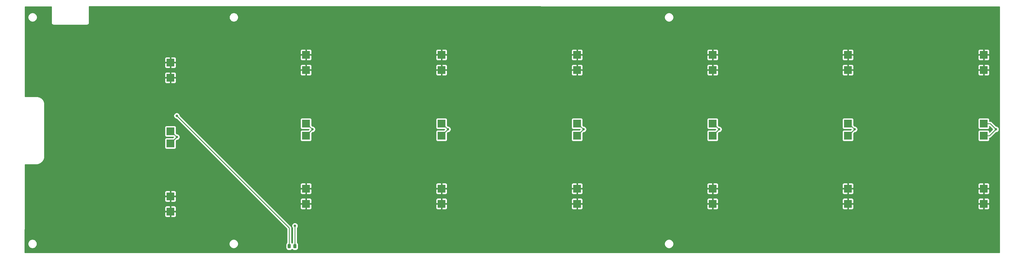
<source format=gbr>
G04 #@! TF.GenerationSoftware,KiCad,Pcbnew,(5.1.9)-1*
G04 #@! TF.CreationDate,2021-03-05T17:29:32-06:00*
G04 #@! TF.ProjectId,X-,582d2e6b-6963-4616-945f-706362585858,3*
G04 #@! TF.SameCoordinates,Original*
G04 #@! TF.FileFunction,Copper,L1,Top*
G04 #@! TF.FilePolarity,Positive*
%FSLAX46Y46*%
G04 Gerber Fmt 4.6, Leading zero omitted, Abs format (unit mm)*
G04 Created by KiCad (PCBNEW (5.1.9)-1) date 2021-03-05 17:29:32*
%MOMM*%
%LPD*%
G01*
G04 APERTURE LIST*
G04 #@! TA.AperFunction,SMDPad,CuDef*
%ADD10R,2.500000X2.500000*%
G04 #@! TD*
G04 #@! TA.AperFunction,ViaPad*
%ADD11C,0.800000*%
G04 #@! TD*
G04 #@! TA.AperFunction,Conductor*
%ADD12C,0.250000*%
G04 #@! TD*
G04 #@! TA.AperFunction,Conductor*
%ADD13C,0.254000*%
G04 #@! TD*
G04 #@! TA.AperFunction,Conductor*
%ADD14C,0.100000*%
G04 #@! TD*
G04 APERTURE END LIST*
D10*
X145879913Y-166759427D03*
X145879913Y-161759427D03*
X145879913Y-144359427D03*
X145879913Y-140359427D03*
X145879913Y-122759427D03*
X145879913Y-117759427D03*
X101429913Y-169299427D03*
X101429913Y-164299427D03*
X101429913Y-146899427D03*
X101429913Y-142899427D03*
X101429913Y-125299427D03*
X101429913Y-120299427D03*
G04 #@! TA.AperFunction,SMDPad,CuDef*
G36*
G01*
X141760000Y-181136250D02*
X141760000Y-180223750D01*
G75*
G02*
X142003750Y-179980000I243750J0D01*
G01*
X142491250Y-179980000D01*
G75*
G02*
X142735000Y-180223750I0J-243750D01*
G01*
X142735000Y-181136250D01*
G75*
G02*
X142491250Y-181380000I-243750J0D01*
G01*
X142003750Y-181380000D01*
G75*
G02*
X141760000Y-181136250I0J243750D01*
G01*
G37*
G04 #@! TD.AperFunction*
G04 #@! TA.AperFunction,SMDPad,CuDef*
G36*
G01*
X139885000Y-181136250D02*
X139885000Y-180223750D01*
G75*
G02*
X140128750Y-179980000I243750J0D01*
G01*
X140616250Y-179980000D01*
G75*
G02*
X140860000Y-180223750I0J-243750D01*
G01*
X140860000Y-181136250D01*
G75*
G02*
X140616250Y-181380000I-243750J0D01*
G01*
X140128750Y-181380000D01*
G75*
G02*
X139885000Y-181136250I0J243750D01*
G01*
G37*
G04 #@! TD.AperFunction*
X190329913Y-166759427D03*
X190329913Y-161759427D03*
X190329913Y-144359427D03*
X190329913Y-140359427D03*
X190329913Y-122759427D03*
X190329913Y-117759427D03*
X368129913Y-166759427D03*
X368129913Y-161759427D03*
X368129913Y-144359427D03*
X368129913Y-140359427D03*
X368129913Y-122759427D03*
X368129913Y-117759427D03*
X234779913Y-166759427D03*
X234779913Y-161759427D03*
X234779913Y-144359427D03*
X234779913Y-140359427D03*
X234779913Y-122759427D03*
X234779913Y-117759427D03*
X323590001Y-166759427D03*
X323590001Y-161759427D03*
X323590001Y-144359427D03*
X323590001Y-140359427D03*
X323590001Y-122759427D03*
X323590001Y-117759427D03*
X279229913Y-166759427D03*
X279229913Y-161759427D03*
X279229913Y-144359427D03*
X279229913Y-140359427D03*
X279229913Y-122759427D03*
X279229913Y-117759427D03*
D11*
X372110000Y-142240000D03*
X325755000Y-142240000D03*
X281305000Y-142240000D03*
X236855000Y-142240000D03*
X192405000Y-142240000D03*
X147955000Y-142240000D03*
X103505000Y-144780000D03*
X97155000Y-148590000D03*
X103505000Y-137795000D03*
X142240000Y-173990000D03*
D12*
X368129913Y-140359427D02*
X370229427Y-140359427D01*
X370229427Y-140359427D02*
X372110000Y-142240000D01*
X369990573Y-144359427D02*
X372110000Y-142240000D01*
X368129913Y-144359427D02*
X369990573Y-144359427D01*
X323590001Y-140359427D02*
X323874427Y-140359427D01*
X323874427Y-140359427D02*
X325755000Y-142240000D01*
X323635573Y-144359427D02*
X325755000Y-142240000D01*
X323590001Y-144359427D02*
X323635573Y-144359427D01*
X279229913Y-140359427D02*
X279424427Y-140359427D01*
X279424427Y-140359427D02*
X281305000Y-142240000D01*
X279229913Y-144315087D02*
X281305000Y-142240000D01*
X279229913Y-144359427D02*
X279229913Y-144315087D01*
X234779913Y-140359427D02*
X234974427Y-140359427D01*
X234974427Y-140359427D02*
X236855000Y-142240000D01*
X234779913Y-144315087D02*
X236855000Y-142240000D01*
X234779913Y-144359427D02*
X234779913Y-144315087D01*
X190329913Y-140359427D02*
X190524427Y-140359427D01*
X190524427Y-140359427D02*
X192405000Y-142240000D01*
X190329913Y-144315087D02*
X192405000Y-142240000D01*
X190329913Y-144359427D02*
X190329913Y-144315087D01*
X145879913Y-140359427D02*
X146074427Y-140359427D01*
X146074427Y-140359427D02*
X147955000Y-142240000D01*
X145879913Y-144315087D02*
X147955000Y-142240000D01*
X145879913Y-144359427D02*
X145879913Y-144315087D01*
X101429913Y-142899427D02*
X101624427Y-142899427D01*
X101624427Y-142899427D02*
X103505000Y-144780000D01*
X101429913Y-146855087D02*
X103505000Y-144780000D01*
X101429913Y-146899427D02*
X101429913Y-146855087D01*
X101429913Y-164299427D02*
X101429913Y-152864913D01*
X101429913Y-152864913D02*
X97155000Y-148590000D01*
X140372500Y-180680000D02*
X140372500Y-174662500D01*
X140372500Y-174662500D02*
X103505000Y-137795000D01*
X142247500Y-180680000D02*
X142247500Y-173997500D01*
X142247500Y-173997500D02*
X142240000Y-173990000D01*
D13*
X373253000Y-101897974D02*
X373253000Y-182753000D01*
X53664604Y-182753000D01*
X53676838Y-179767773D01*
X54689632Y-179767773D01*
X54689632Y-180062827D01*
X54747194Y-180352212D01*
X54860106Y-180624807D01*
X55024030Y-180870135D01*
X55232665Y-181078770D01*
X55477993Y-181242694D01*
X55750588Y-181355606D01*
X56039973Y-181413168D01*
X56335027Y-181413168D01*
X56624412Y-181355606D01*
X56897007Y-181242694D01*
X57142335Y-181078770D01*
X57350970Y-180870135D01*
X57514894Y-180624807D01*
X57627806Y-180352212D01*
X57685368Y-180062827D01*
X57685368Y-179780473D01*
X120653432Y-179780473D01*
X120653432Y-180075527D01*
X120710994Y-180364912D01*
X120823906Y-180637507D01*
X120987830Y-180882835D01*
X121196465Y-181091470D01*
X121441793Y-181255394D01*
X121714388Y-181368306D01*
X122003773Y-181425868D01*
X122298827Y-181425868D01*
X122588212Y-181368306D01*
X122860807Y-181255394D01*
X123106135Y-181091470D01*
X123314770Y-180882835D01*
X123478694Y-180637507D01*
X123591606Y-180364912D01*
X123649168Y-180075527D01*
X123649168Y-179780473D01*
X123591606Y-179491088D01*
X123478694Y-179218493D01*
X123314770Y-178973165D01*
X123106135Y-178764530D01*
X122860807Y-178600606D01*
X122588212Y-178487694D01*
X122298827Y-178430132D01*
X122003773Y-178430132D01*
X121714388Y-178487694D01*
X121441793Y-178600606D01*
X121196465Y-178764530D01*
X120987830Y-178973165D01*
X120823906Y-179218493D01*
X120710994Y-179491088D01*
X120653432Y-179780473D01*
X57685368Y-179780473D01*
X57685368Y-179767773D01*
X57627806Y-179478388D01*
X57514894Y-179205793D01*
X57350970Y-178960465D01*
X57142335Y-178751830D01*
X56897007Y-178587906D01*
X56624412Y-178474994D01*
X56335027Y-178417432D01*
X56039973Y-178417432D01*
X55750588Y-178474994D01*
X55477993Y-178587906D01*
X55232665Y-178751830D01*
X55024030Y-178960465D01*
X54860106Y-179205793D01*
X54747194Y-179478388D01*
X54689632Y-179767773D01*
X53676838Y-179767773D01*
X53714618Y-170549427D01*
X99541841Y-170549427D01*
X99554101Y-170673909D01*
X99590411Y-170793607D01*
X99649376Y-170903921D01*
X99728728Y-171000612D01*
X99825419Y-171079964D01*
X99935733Y-171138929D01*
X100055431Y-171175239D01*
X100179913Y-171187499D01*
X101144163Y-171184427D01*
X101302913Y-171025677D01*
X101302913Y-169426427D01*
X101556913Y-169426427D01*
X101556913Y-171025677D01*
X101715663Y-171184427D01*
X102679913Y-171187499D01*
X102804395Y-171175239D01*
X102924093Y-171138929D01*
X103034407Y-171079964D01*
X103131098Y-171000612D01*
X103210450Y-170903921D01*
X103269415Y-170793607D01*
X103305725Y-170673909D01*
X103317985Y-170549427D01*
X103314913Y-169585177D01*
X103156163Y-169426427D01*
X101556913Y-169426427D01*
X101302913Y-169426427D01*
X99703663Y-169426427D01*
X99544913Y-169585177D01*
X99541841Y-170549427D01*
X53714618Y-170549427D01*
X53724863Y-168049427D01*
X99541841Y-168049427D01*
X99544913Y-169013677D01*
X99703663Y-169172427D01*
X101302913Y-169172427D01*
X101302913Y-167573177D01*
X101556913Y-167573177D01*
X101556913Y-169172427D01*
X103156163Y-169172427D01*
X103314913Y-169013677D01*
X103317985Y-168049427D01*
X103305725Y-167924945D01*
X103269415Y-167805247D01*
X103210450Y-167694933D01*
X103131098Y-167598242D01*
X103034407Y-167518890D01*
X102924093Y-167459925D01*
X102804395Y-167423615D01*
X102679913Y-167411355D01*
X101715663Y-167414427D01*
X101556913Y-167573177D01*
X101302913Y-167573177D01*
X101144163Y-167414427D01*
X100179913Y-167411355D01*
X100055431Y-167423615D01*
X99935733Y-167459925D01*
X99825419Y-167518890D01*
X99728728Y-167598242D01*
X99649376Y-167694933D01*
X99590411Y-167805247D01*
X99554101Y-167924945D01*
X99541841Y-168049427D01*
X53724863Y-168049427D01*
X53735109Y-165549427D01*
X99541841Y-165549427D01*
X99554101Y-165673909D01*
X99590411Y-165793607D01*
X99649376Y-165903921D01*
X99728728Y-166000612D01*
X99825419Y-166079964D01*
X99935733Y-166138929D01*
X100055431Y-166175239D01*
X100179913Y-166187499D01*
X101144163Y-166184427D01*
X101302913Y-166025677D01*
X101302913Y-164426427D01*
X101556913Y-164426427D01*
X101556913Y-166025677D01*
X101715663Y-166184427D01*
X102679913Y-166187499D01*
X102804395Y-166175239D01*
X102924093Y-166138929D01*
X103034407Y-166079964D01*
X103131098Y-166000612D01*
X103210450Y-165903921D01*
X103269415Y-165793607D01*
X103305725Y-165673909D01*
X103317985Y-165549427D01*
X103314913Y-164585177D01*
X103156163Y-164426427D01*
X101556913Y-164426427D01*
X101302913Y-164426427D01*
X99703663Y-164426427D01*
X99544913Y-164585177D01*
X99541841Y-165549427D01*
X53735109Y-165549427D01*
X53745355Y-163049427D01*
X99541841Y-163049427D01*
X99544913Y-164013677D01*
X99703663Y-164172427D01*
X101302913Y-164172427D01*
X101302913Y-162573177D01*
X101556913Y-162573177D01*
X101556913Y-164172427D01*
X103156163Y-164172427D01*
X103314913Y-164013677D01*
X103317985Y-163049427D01*
X103305725Y-162924945D01*
X103269415Y-162805247D01*
X103210450Y-162694933D01*
X103131098Y-162598242D01*
X103034407Y-162518890D01*
X102924093Y-162459925D01*
X102804395Y-162423615D01*
X102679913Y-162411355D01*
X101715663Y-162414427D01*
X101556913Y-162573177D01*
X101302913Y-162573177D01*
X101144163Y-162414427D01*
X100179913Y-162411355D01*
X100055431Y-162423615D01*
X99935733Y-162459925D01*
X99825419Y-162518890D01*
X99728728Y-162598242D01*
X99649376Y-162694933D01*
X99590411Y-162805247D01*
X99554101Y-162924945D01*
X99541841Y-163049427D01*
X53745355Y-163049427D01*
X53783095Y-153841000D01*
X57428877Y-153841000D01*
X57459945Y-153837940D01*
X57472534Y-153838028D01*
X57482400Y-153837061D01*
X57876804Y-153795608D01*
X57939848Y-153782667D01*
X58003052Y-153770610D01*
X58012542Y-153767745D01*
X58391385Y-153650474D01*
X58450694Y-153625542D01*
X58510373Y-153601430D01*
X58519126Y-153596776D01*
X58867974Y-153408154D01*
X58921291Y-153372191D01*
X58975168Y-153336935D01*
X58982850Y-153330669D01*
X59288418Y-153077882D01*
X59333754Y-153032229D01*
X59379740Y-152987196D01*
X59386059Y-152979558D01*
X59636707Y-152672232D01*
X59672313Y-152618641D01*
X59708674Y-152565537D01*
X59713389Y-152556817D01*
X59899570Y-152206661D01*
X59924083Y-152147187D01*
X59949444Y-152088017D01*
X59952375Y-152078547D01*
X60066998Y-151698896D01*
X60079493Y-151635791D01*
X60092876Y-151572827D01*
X60093912Y-151562968D01*
X60132612Y-151168283D01*
X60132612Y-151168277D01*
X60136000Y-151133877D01*
X60136000Y-141649427D01*
X99541841Y-141649427D01*
X99541841Y-144149427D01*
X99554101Y-144273909D01*
X99590411Y-144393607D01*
X99649376Y-144503921D01*
X99728728Y-144600612D01*
X99825419Y-144679964D01*
X99935733Y-144738929D01*
X100055431Y-144775239D01*
X100179913Y-144787499D01*
X102422699Y-144787499D01*
X102198843Y-145011355D01*
X100179913Y-145011355D01*
X100055431Y-145023615D01*
X99935733Y-145059925D01*
X99825419Y-145118890D01*
X99728728Y-145198242D01*
X99649376Y-145294933D01*
X99590411Y-145405247D01*
X99554101Y-145524945D01*
X99541841Y-145649427D01*
X99541841Y-148149427D01*
X99554101Y-148273909D01*
X99590411Y-148393607D01*
X99649376Y-148503921D01*
X99728728Y-148600612D01*
X99825419Y-148679964D01*
X99935733Y-148738929D01*
X100055431Y-148775239D01*
X100179913Y-148787499D01*
X102679913Y-148787499D01*
X102804395Y-148775239D01*
X102924093Y-148738929D01*
X103034407Y-148679964D01*
X103131098Y-148600612D01*
X103210450Y-148503921D01*
X103269415Y-148393607D01*
X103305725Y-148273909D01*
X103317985Y-148149427D01*
X103317985Y-146041817D01*
X103544802Y-145815000D01*
X103606939Y-145815000D01*
X103806898Y-145775226D01*
X103995256Y-145697205D01*
X104164774Y-145583937D01*
X104308937Y-145439774D01*
X104422205Y-145270256D01*
X104500226Y-145081898D01*
X104540000Y-144881939D01*
X104540000Y-144678061D01*
X104500226Y-144478102D01*
X104422205Y-144289744D01*
X104308937Y-144120226D01*
X104164774Y-143976063D01*
X103995256Y-143862795D01*
X103806898Y-143784774D01*
X103606939Y-143745000D01*
X103544802Y-143745000D01*
X103317985Y-143518183D01*
X103317985Y-141649427D01*
X103305725Y-141524945D01*
X103269415Y-141405247D01*
X103210450Y-141294933D01*
X103131098Y-141198242D01*
X103034407Y-141118890D01*
X102924093Y-141059925D01*
X102804395Y-141023615D01*
X102679913Y-141011355D01*
X100179913Y-141011355D01*
X100055431Y-141023615D01*
X99935733Y-141059925D01*
X99825419Y-141118890D01*
X99728728Y-141198242D01*
X99649376Y-141294933D01*
X99590411Y-141405247D01*
X99554101Y-141524945D01*
X99541841Y-141649427D01*
X60136000Y-141649427D01*
X60136000Y-137693061D01*
X102470000Y-137693061D01*
X102470000Y-137896939D01*
X102509774Y-138096898D01*
X102587795Y-138285256D01*
X102701063Y-138454774D01*
X102845226Y-138598937D01*
X103014744Y-138712205D01*
X103203102Y-138790226D01*
X103403061Y-138830000D01*
X103465199Y-138830000D01*
X139612501Y-174977303D01*
X139612500Y-179512155D01*
X139505208Y-179600208D01*
X139395542Y-179733836D01*
X139314053Y-179886291D01*
X139263872Y-180051715D01*
X139246928Y-180223750D01*
X139246928Y-181136250D01*
X139263872Y-181308285D01*
X139314053Y-181473709D01*
X139395542Y-181626164D01*
X139505208Y-181759792D01*
X139638836Y-181869458D01*
X139791291Y-181950947D01*
X139956715Y-182001128D01*
X140128750Y-182018072D01*
X140616250Y-182018072D01*
X140788285Y-182001128D01*
X140953709Y-181950947D01*
X141106164Y-181869458D01*
X141239792Y-181759792D01*
X141310000Y-181674244D01*
X141380208Y-181759792D01*
X141513836Y-181869458D01*
X141666291Y-181950947D01*
X141831715Y-182001128D01*
X142003750Y-182018072D01*
X142491250Y-182018072D01*
X142663285Y-182001128D01*
X142828709Y-181950947D01*
X142981164Y-181869458D01*
X143114792Y-181759792D01*
X143224458Y-181626164D01*
X143305947Y-181473709D01*
X143356128Y-181308285D01*
X143373072Y-181136250D01*
X143373072Y-180223750D01*
X143356128Y-180051715D01*
X143305947Y-179886291D01*
X143249370Y-179780442D01*
X263413821Y-179780442D01*
X263413821Y-180075558D01*
X263471395Y-180365003D01*
X263584331Y-180637654D01*
X263748288Y-180883033D01*
X263956967Y-181091712D01*
X264202346Y-181255669D01*
X264474997Y-181368605D01*
X264764442Y-181426179D01*
X265059558Y-181426179D01*
X265349003Y-181368605D01*
X265621654Y-181255669D01*
X265867033Y-181091712D01*
X266075712Y-180883033D01*
X266239669Y-180637654D01*
X266352605Y-180365003D01*
X266410179Y-180075558D01*
X266410179Y-179780442D01*
X266352605Y-179490997D01*
X266239669Y-179218346D01*
X266075712Y-178972967D01*
X265867033Y-178764288D01*
X265621654Y-178600331D01*
X265349003Y-178487395D01*
X265059558Y-178429821D01*
X264764442Y-178429821D01*
X264474997Y-178487395D01*
X264202346Y-178600331D01*
X263956967Y-178764288D01*
X263748288Y-178972967D01*
X263584331Y-179218346D01*
X263471395Y-179490997D01*
X263413821Y-179780442D01*
X143249370Y-179780442D01*
X143224458Y-179733836D01*
X143114792Y-179600208D01*
X143007500Y-179512155D01*
X143007500Y-174686211D01*
X143043937Y-174649774D01*
X143157205Y-174480256D01*
X143235226Y-174291898D01*
X143275000Y-174091939D01*
X143275000Y-173888061D01*
X143235226Y-173688102D01*
X143157205Y-173499744D01*
X143043937Y-173330226D01*
X142899774Y-173186063D01*
X142730256Y-173072795D01*
X142541898Y-172994774D01*
X142341939Y-172955000D01*
X142138061Y-172955000D01*
X141938102Y-172994774D01*
X141749744Y-173072795D01*
X141580226Y-173186063D01*
X141436063Y-173330226D01*
X141322795Y-173499744D01*
X141244774Y-173688102D01*
X141205000Y-173888061D01*
X141205000Y-174091939D01*
X141244774Y-174291898D01*
X141322795Y-174480256D01*
X141436063Y-174649774D01*
X141487501Y-174701212D01*
X141487500Y-179512155D01*
X141380208Y-179600208D01*
X141310000Y-179685756D01*
X141239792Y-179600208D01*
X141132500Y-179512155D01*
X141132500Y-174699833D01*
X141136177Y-174662500D01*
X141121503Y-174513514D01*
X141078046Y-174370253D01*
X141007474Y-174238224D01*
X140936299Y-174151497D01*
X140912501Y-174122499D01*
X140883503Y-174098701D01*
X134794229Y-168009427D01*
X143991841Y-168009427D01*
X144004101Y-168133909D01*
X144040411Y-168253607D01*
X144099376Y-168363921D01*
X144178728Y-168460612D01*
X144275419Y-168539964D01*
X144385733Y-168598929D01*
X144505431Y-168635239D01*
X144629913Y-168647499D01*
X145594163Y-168644427D01*
X145752913Y-168485677D01*
X145752913Y-166886427D01*
X146006913Y-166886427D01*
X146006913Y-168485677D01*
X146165663Y-168644427D01*
X147129913Y-168647499D01*
X147254395Y-168635239D01*
X147374093Y-168598929D01*
X147484407Y-168539964D01*
X147581098Y-168460612D01*
X147660450Y-168363921D01*
X147719415Y-168253607D01*
X147755725Y-168133909D01*
X147767985Y-168009427D01*
X188441841Y-168009427D01*
X188454101Y-168133909D01*
X188490411Y-168253607D01*
X188549376Y-168363921D01*
X188628728Y-168460612D01*
X188725419Y-168539964D01*
X188835733Y-168598929D01*
X188955431Y-168635239D01*
X189079913Y-168647499D01*
X190044163Y-168644427D01*
X190202913Y-168485677D01*
X190202913Y-166886427D01*
X190456913Y-166886427D01*
X190456913Y-168485677D01*
X190615663Y-168644427D01*
X191579913Y-168647499D01*
X191704395Y-168635239D01*
X191824093Y-168598929D01*
X191934407Y-168539964D01*
X192031098Y-168460612D01*
X192110450Y-168363921D01*
X192169415Y-168253607D01*
X192205725Y-168133909D01*
X192217985Y-168009427D01*
X232891841Y-168009427D01*
X232904101Y-168133909D01*
X232940411Y-168253607D01*
X232999376Y-168363921D01*
X233078728Y-168460612D01*
X233175419Y-168539964D01*
X233285733Y-168598929D01*
X233405431Y-168635239D01*
X233529913Y-168647499D01*
X234494163Y-168644427D01*
X234652913Y-168485677D01*
X234652913Y-166886427D01*
X234906913Y-166886427D01*
X234906913Y-168485677D01*
X235065663Y-168644427D01*
X236029913Y-168647499D01*
X236154395Y-168635239D01*
X236274093Y-168598929D01*
X236384407Y-168539964D01*
X236481098Y-168460612D01*
X236560450Y-168363921D01*
X236619415Y-168253607D01*
X236655725Y-168133909D01*
X236667985Y-168009427D01*
X277341841Y-168009427D01*
X277354101Y-168133909D01*
X277390411Y-168253607D01*
X277449376Y-168363921D01*
X277528728Y-168460612D01*
X277625419Y-168539964D01*
X277735733Y-168598929D01*
X277855431Y-168635239D01*
X277979913Y-168647499D01*
X278944163Y-168644427D01*
X279102913Y-168485677D01*
X279102913Y-166886427D01*
X279356913Y-166886427D01*
X279356913Y-168485677D01*
X279515663Y-168644427D01*
X280479913Y-168647499D01*
X280604395Y-168635239D01*
X280724093Y-168598929D01*
X280834407Y-168539964D01*
X280931098Y-168460612D01*
X281010450Y-168363921D01*
X281069415Y-168253607D01*
X281105725Y-168133909D01*
X281117985Y-168009427D01*
X321701929Y-168009427D01*
X321714189Y-168133909D01*
X321750499Y-168253607D01*
X321809464Y-168363921D01*
X321888816Y-168460612D01*
X321985507Y-168539964D01*
X322095821Y-168598929D01*
X322215519Y-168635239D01*
X322340001Y-168647499D01*
X323304251Y-168644427D01*
X323463001Y-168485677D01*
X323463001Y-166886427D01*
X323717001Y-166886427D01*
X323717001Y-168485677D01*
X323875751Y-168644427D01*
X324840001Y-168647499D01*
X324964483Y-168635239D01*
X325084181Y-168598929D01*
X325194495Y-168539964D01*
X325291186Y-168460612D01*
X325370538Y-168363921D01*
X325429503Y-168253607D01*
X325465813Y-168133909D01*
X325478073Y-168009427D01*
X366241841Y-168009427D01*
X366254101Y-168133909D01*
X366290411Y-168253607D01*
X366349376Y-168363921D01*
X366428728Y-168460612D01*
X366525419Y-168539964D01*
X366635733Y-168598929D01*
X366755431Y-168635239D01*
X366879913Y-168647499D01*
X367844163Y-168644427D01*
X368002913Y-168485677D01*
X368002913Y-166886427D01*
X368256913Y-166886427D01*
X368256913Y-168485677D01*
X368415663Y-168644427D01*
X369379913Y-168647499D01*
X369504395Y-168635239D01*
X369624093Y-168598929D01*
X369734407Y-168539964D01*
X369831098Y-168460612D01*
X369910450Y-168363921D01*
X369969415Y-168253607D01*
X370005725Y-168133909D01*
X370017985Y-168009427D01*
X370014913Y-167045177D01*
X369856163Y-166886427D01*
X368256913Y-166886427D01*
X368002913Y-166886427D01*
X366403663Y-166886427D01*
X366244913Y-167045177D01*
X366241841Y-168009427D01*
X325478073Y-168009427D01*
X325475001Y-167045177D01*
X325316251Y-166886427D01*
X323717001Y-166886427D01*
X323463001Y-166886427D01*
X321863751Y-166886427D01*
X321705001Y-167045177D01*
X321701929Y-168009427D01*
X281117985Y-168009427D01*
X281114913Y-167045177D01*
X280956163Y-166886427D01*
X279356913Y-166886427D01*
X279102913Y-166886427D01*
X277503663Y-166886427D01*
X277344913Y-167045177D01*
X277341841Y-168009427D01*
X236667985Y-168009427D01*
X236664913Y-167045177D01*
X236506163Y-166886427D01*
X234906913Y-166886427D01*
X234652913Y-166886427D01*
X233053663Y-166886427D01*
X232894913Y-167045177D01*
X232891841Y-168009427D01*
X192217985Y-168009427D01*
X192214913Y-167045177D01*
X192056163Y-166886427D01*
X190456913Y-166886427D01*
X190202913Y-166886427D01*
X188603663Y-166886427D01*
X188444913Y-167045177D01*
X188441841Y-168009427D01*
X147767985Y-168009427D01*
X147764913Y-167045177D01*
X147606163Y-166886427D01*
X146006913Y-166886427D01*
X145752913Y-166886427D01*
X144153663Y-166886427D01*
X143994913Y-167045177D01*
X143991841Y-168009427D01*
X134794229Y-168009427D01*
X132294229Y-165509427D01*
X143991841Y-165509427D01*
X143994913Y-166473677D01*
X144153663Y-166632427D01*
X145752913Y-166632427D01*
X145752913Y-165033177D01*
X146006913Y-165033177D01*
X146006913Y-166632427D01*
X147606163Y-166632427D01*
X147764913Y-166473677D01*
X147767985Y-165509427D01*
X188441841Y-165509427D01*
X188444913Y-166473677D01*
X188603663Y-166632427D01*
X190202913Y-166632427D01*
X190202913Y-165033177D01*
X190456913Y-165033177D01*
X190456913Y-166632427D01*
X192056163Y-166632427D01*
X192214913Y-166473677D01*
X192217985Y-165509427D01*
X232891841Y-165509427D01*
X232894913Y-166473677D01*
X233053663Y-166632427D01*
X234652913Y-166632427D01*
X234652913Y-165033177D01*
X234906913Y-165033177D01*
X234906913Y-166632427D01*
X236506163Y-166632427D01*
X236664913Y-166473677D01*
X236667985Y-165509427D01*
X277341841Y-165509427D01*
X277344913Y-166473677D01*
X277503663Y-166632427D01*
X279102913Y-166632427D01*
X279102913Y-165033177D01*
X279356913Y-165033177D01*
X279356913Y-166632427D01*
X280956163Y-166632427D01*
X281114913Y-166473677D01*
X281117985Y-165509427D01*
X321701929Y-165509427D01*
X321705001Y-166473677D01*
X321863751Y-166632427D01*
X323463001Y-166632427D01*
X323463001Y-165033177D01*
X323717001Y-165033177D01*
X323717001Y-166632427D01*
X325316251Y-166632427D01*
X325475001Y-166473677D01*
X325478073Y-165509427D01*
X366241841Y-165509427D01*
X366244913Y-166473677D01*
X366403663Y-166632427D01*
X368002913Y-166632427D01*
X368002913Y-165033177D01*
X368256913Y-165033177D01*
X368256913Y-166632427D01*
X369856163Y-166632427D01*
X370014913Y-166473677D01*
X370017985Y-165509427D01*
X370005725Y-165384945D01*
X369969415Y-165265247D01*
X369910450Y-165154933D01*
X369831098Y-165058242D01*
X369734407Y-164978890D01*
X369624093Y-164919925D01*
X369504395Y-164883615D01*
X369379913Y-164871355D01*
X368415663Y-164874427D01*
X368256913Y-165033177D01*
X368002913Y-165033177D01*
X367844163Y-164874427D01*
X366879913Y-164871355D01*
X366755431Y-164883615D01*
X366635733Y-164919925D01*
X366525419Y-164978890D01*
X366428728Y-165058242D01*
X366349376Y-165154933D01*
X366290411Y-165265247D01*
X366254101Y-165384945D01*
X366241841Y-165509427D01*
X325478073Y-165509427D01*
X325465813Y-165384945D01*
X325429503Y-165265247D01*
X325370538Y-165154933D01*
X325291186Y-165058242D01*
X325194495Y-164978890D01*
X325084181Y-164919925D01*
X324964483Y-164883615D01*
X324840001Y-164871355D01*
X323875751Y-164874427D01*
X323717001Y-165033177D01*
X323463001Y-165033177D01*
X323304251Y-164874427D01*
X322340001Y-164871355D01*
X322215519Y-164883615D01*
X322095821Y-164919925D01*
X321985507Y-164978890D01*
X321888816Y-165058242D01*
X321809464Y-165154933D01*
X321750499Y-165265247D01*
X321714189Y-165384945D01*
X321701929Y-165509427D01*
X281117985Y-165509427D01*
X281105725Y-165384945D01*
X281069415Y-165265247D01*
X281010450Y-165154933D01*
X280931098Y-165058242D01*
X280834407Y-164978890D01*
X280724093Y-164919925D01*
X280604395Y-164883615D01*
X280479913Y-164871355D01*
X279515663Y-164874427D01*
X279356913Y-165033177D01*
X279102913Y-165033177D01*
X278944163Y-164874427D01*
X277979913Y-164871355D01*
X277855431Y-164883615D01*
X277735733Y-164919925D01*
X277625419Y-164978890D01*
X277528728Y-165058242D01*
X277449376Y-165154933D01*
X277390411Y-165265247D01*
X277354101Y-165384945D01*
X277341841Y-165509427D01*
X236667985Y-165509427D01*
X236655725Y-165384945D01*
X236619415Y-165265247D01*
X236560450Y-165154933D01*
X236481098Y-165058242D01*
X236384407Y-164978890D01*
X236274093Y-164919925D01*
X236154395Y-164883615D01*
X236029913Y-164871355D01*
X235065663Y-164874427D01*
X234906913Y-165033177D01*
X234652913Y-165033177D01*
X234494163Y-164874427D01*
X233529913Y-164871355D01*
X233405431Y-164883615D01*
X233285733Y-164919925D01*
X233175419Y-164978890D01*
X233078728Y-165058242D01*
X232999376Y-165154933D01*
X232940411Y-165265247D01*
X232904101Y-165384945D01*
X232891841Y-165509427D01*
X192217985Y-165509427D01*
X192205725Y-165384945D01*
X192169415Y-165265247D01*
X192110450Y-165154933D01*
X192031098Y-165058242D01*
X191934407Y-164978890D01*
X191824093Y-164919925D01*
X191704395Y-164883615D01*
X191579913Y-164871355D01*
X190615663Y-164874427D01*
X190456913Y-165033177D01*
X190202913Y-165033177D01*
X190044163Y-164874427D01*
X189079913Y-164871355D01*
X188955431Y-164883615D01*
X188835733Y-164919925D01*
X188725419Y-164978890D01*
X188628728Y-165058242D01*
X188549376Y-165154933D01*
X188490411Y-165265247D01*
X188454101Y-165384945D01*
X188441841Y-165509427D01*
X147767985Y-165509427D01*
X147755725Y-165384945D01*
X147719415Y-165265247D01*
X147660450Y-165154933D01*
X147581098Y-165058242D01*
X147484407Y-164978890D01*
X147374093Y-164919925D01*
X147254395Y-164883615D01*
X147129913Y-164871355D01*
X146165663Y-164874427D01*
X146006913Y-165033177D01*
X145752913Y-165033177D01*
X145594163Y-164874427D01*
X144629913Y-164871355D01*
X144505431Y-164883615D01*
X144385733Y-164919925D01*
X144275419Y-164978890D01*
X144178728Y-165058242D01*
X144099376Y-165154933D01*
X144040411Y-165265247D01*
X144004101Y-165384945D01*
X143991841Y-165509427D01*
X132294229Y-165509427D01*
X129794229Y-163009427D01*
X143991841Y-163009427D01*
X144004101Y-163133909D01*
X144040411Y-163253607D01*
X144099376Y-163363921D01*
X144178728Y-163460612D01*
X144275419Y-163539964D01*
X144385733Y-163598929D01*
X144505431Y-163635239D01*
X144629913Y-163647499D01*
X145594163Y-163644427D01*
X145752913Y-163485677D01*
X145752913Y-161886427D01*
X146006913Y-161886427D01*
X146006913Y-163485677D01*
X146165663Y-163644427D01*
X147129913Y-163647499D01*
X147254395Y-163635239D01*
X147374093Y-163598929D01*
X147484407Y-163539964D01*
X147581098Y-163460612D01*
X147660450Y-163363921D01*
X147719415Y-163253607D01*
X147755725Y-163133909D01*
X147767985Y-163009427D01*
X188441841Y-163009427D01*
X188454101Y-163133909D01*
X188490411Y-163253607D01*
X188549376Y-163363921D01*
X188628728Y-163460612D01*
X188725419Y-163539964D01*
X188835733Y-163598929D01*
X188955431Y-163635239D01*
X189079913Y-163647499D01*
X190044163Y-163644427D01*
X190202913Y-163485677D01*
X190202913Y-161886427D01*
X190456913Y-161886427D01*
X190456913Y-163485677D01*
X190615663Y-163644427D01*
X191579913Y-163647499D01*
X191704395Y-163635239D01*
X191824093Y-163598929D01*
X191934407Y-163539964D01*
X192031098Y-163460612D01*
X192110450Y-163363921D01*
X192169415Y-163253607D01*
X192205725Y-163133909D01*
X192217985Y-163009427D01*
X232891841Y-163009427D01*
X232904101Y-163133909D01*
X232940411Y-163253607D01*
X232999376Y-163363921D01*
X233078728Y-163460612D01*
X233175419Y-163539964D01*
X233285733Y-163598929D01*
X233405431Y-163635239D01*
X233529913Y-163647499D01*
X234494163Y-163644427D01*
X234652913Y-163485677D01*
X234652913Y-161886427D01*
X234906913Y-161886427D01*
X234906913Y-163485677D01*
X235065663Y-163644427D01*
X236029913Y-163647499D01*
X236154395Y-163635239D01*
X236274093Y-163598929D01*
X236384407Y-163539964D01*
X236481098Y-163460612D01*
X236560450Y-163363921D01*
X236619415Y-163253607D01*
X236655725Y-163133909D01*
X236667985Y-163009427D01*
X277341841Y-163009427D01*
X277354101Y-163133909D01*
X277390411Y-163253607D01*
X277449376Y-163363921D01*
X277528728Y-163460612D01*
X277625419Y-163539964D01*
X277735733Y-163598929D01*
X277855431Y-163635239D01*
X277979913Y-163647499D01*
X278944163Y-163644427D01*
X279102913Y-163485677D01*
X279102913Y-161886427D01*
X279356913Y-161886427D01*
X279356913Y-163485677D01*
X279515663Y-163644427D01*
X280479913Y-163647499D01*
X280604395Y-163635239D01*
X280724093Y-163598929D01*
X280834407Y-163539964D01*
X280931098Y-163460612D01*
X281010450Y-163363921D01*
X281069415Y-163253607D01*
X281105725Y-163133909D01*
X281117985Y-163009427D01*
X321701929Y-163009427D01*
X321714189Y-163133909D01*
X321750499Y-163253607D01*
X321809464Y-163363921D01*
X321888816Y-163460612D01*
X321985507Y-163539964D01*
X322095821Y-163598929D01*
X322215519Y-163635239D01*
X322340001Y-163647499D01*
X323304251Y-163644427D01*
X323463001Y-163485677D01*
X323463001Y-161886427D01*
X323717001Y-161886427D01*
X323717001Y-163485677D01*
X323875751Y-163644427D01*
X324840001Y-163647499D01*
X324964483Y-163635239D01*
X325084181Y-163598929D01*
X325194495Y-163539964D01*
X325291186Y-163460612D01*
X325370538Y-163363921D01*
X325429503Y-163253607D01*
X325465813Y-163133909D01*
X325478073Y-163009427D01*
X366241841Y-163009427D01*
X366254101Y-163133909D01*
X366290411Y-163253607D01*
X366349376Y-163363921D01*
X366428728Y-163460612D01*
X366525419Y-163539964D01*
X366635733Y-163598929D01*
X366755431Y-163635239D01*
X366879913Y-163647499D01*
X367844163Y-163644427D01*
X368002913Y-163485677D01*
X368002913Y-161886427D01*
X368256913Y-161886427D01*
X368256913Y-163485677D01*
X368415663Y-163644427D01*
X369379913Y-163647499D01*
X369504395Y-163635239D01*
X369624093Y-163598929D01*
X369734407Y-163539964D01*
X369831098Y-163460612D01*
X369910450Y-163363921D01*
X369969415Y-163253607D01*
X370005725Y-163133909D01*
X370017985Y-163009427D01*
X370014913Y-162045177D01*
X369856163Y-161886427D01*
X368256913Y-161886427D01*
X368002913Y-161886427D01*
X366403663Y-161886427D01*
X366244913Y-162045177D01*
X366241841Y-163009427D01*
X325478073Y-163009427D01*
X325475001Y-162045177D01*
X325316251Y-161886427D01*
X323717001Y-161886427D01*
X323463001Y-161886427D01*
X321863751Y-161886427D01*
X321705001Y-162045177D01*
X321701929Y-163009427D01*
X281117985Y-163009427D01*
X281114913Y-162045177D01*
X280956163Y-161886427D01*
X279356913Y-161886427D01*
X279102913Y-161886427D01*
X277503663Y-161886427D01*
X277344913Y-162045177D01*
X277341841Y-163009427D01*
X236667985Y-163009427D01*
X236664913Y-162045177D01*
X236506163Y-161886427D01*
X234906913Y-161886427D01*
X234652913Y-161886427D01*
X233053663Y-161886427D01*
X232894913Y-162045177D01*
X232891841Y-163009427D01*
X192217985Y-163009427D01*
X192214913Y-162045177D01*
X192056163Y-161886427D01*
X190456913Y-161886427D01*
X190202913Y-161886427D01*
X188603663Y-161886427D01*
X188444913Y-162045177D01*
X188441841Y-163009427D01*
X147767985Y-163009427D01*
X147764913Y-162045177D01*
X147606163Y-161886427D01*
X146006913Y-161886427D01*
X145752913Y-161886427D01*
X144153663Y-161886427D01*
X143994913Y-162045177D01*
X143991841Y-163009427D01*
X129794229Y-163009427D01*
X127294229Y-160509427D01*
X143991841Y-160509427D01*
X143994913Y-161473677D01*
X144153663Y-161632427D01*
X145752913Y-161632427D01*
X145752913Y-160033177D01*
X146006913Y-160033177D01*
X146006913Y-161632427D01*
X147606163Y-161632427D01*
X147764913Y-161473677D01*
X147767985Y-160509427D01*
X188441841Y-160509427D01*
X188444913Y-161473677D01*
X188603663Y-161632427D01*
X190202913Y-161632427D01*
X190202913Y-160033177D01*
X190456913Y-160033177D01*
X190456913Y-161632427D01*
X192056163Y-161632427D01*
X192214913Y-161473677D01*
X192217985Y-160509427D01*
X232891841Y-160509427D01*
X232894913Y-161473677D01*
X233053663Y-161632427D01*
X234652913Y-161632427D01*
X234652913Y-160033177D01*
X234906913Y-160033177D01*
X234906913Y-161632427D01*
X236506163Y-161632427D01*
X236664913Y-161473677D01*
X236667985Y-160509427D01*
X277341841Y-160509427D01*
X277344913Y-161473677D01*
X277503663Y-161632427D01*
X279102913Y-161632427D01*
X279102913Y-160033177D01*
X279356913Y-160033177D01*
X279356913Y-161632427D01*
X280956163Y-161632427D01*
X281114913Y-161473677D01*
X281117985Y-160509427D01*
X321701929Y-160509427D01*
X321705001Y-161473677D01*
X321863751Y-161632427D01*
X323463001Y-161632427D01*
X323463001Y-160033177D01*
X323717001Y-160033177D01*
X323717001Y-161632427D01*
X325316251Y-161632427D01*
X325475001Y-161473677D01*
X325478073Y-160509427D01*
X366241841Y-160509427D01*
X366244913Y-161473677D01*
X366403663Y-161632427D01*
X368002913Y-161632427D01*
X368002913Y-160033177D01*
X368256913Y-160033177D01*
X368256913Y-161632427D01*
X369856163Y-161632427D01*
X370014913Y-161473677D01*
X370017985Y-160509427D01*
X370005725Y-160384945D01*
X369969415Y-160265247D01*
X369910450Y-160154933D01*
X369831098Y-160058242D01*
X369734407Y-159978890D01*
X369624093Y-159919925D01*
X369504395Y-159883615D01*
X369379913Y-159871355D01*
X368415663Y-159874427D01*
X368256913Y-160033177D01*
X368002913Y-160033177D01*
X367844163Y-159874427D01*
X366879913Y-159871355D01*
X366755431Y-159883615D01*
X366635733Y-159919925D01*
X366525419Y-159978890D01*
X366428728Y-160058242D01*
X366349376Y-160154933D01*
X366290411Y-160265247D01*
X366254101Y-160384945D01*
X366241841Y-160509427D01*
X325478073Y-160509427D01*
X325465813Y-160384945D01*
X325429503Y-160265247D01*
X325370538Y-160154933D01*
X325291186Y-160058242D01*
X325194495Y-159978890D01*
X325084181Y-159919925D01*
X324964483Y-159883615D01*
X324840001Y-159871355D01*
X323875751Y-159874427D01*
X323717001Y-160033177D01*
X323463001Y-160033177D01*
X323304251Y-159874427D01*
X322340001Y-159871355D01*
X322215519Y-159883615D01*
X322095821Y-159919925D01*
X321985507Y-159978890D01*
X321888816Y-160058242D01*
X321809464Y-160154933D01*
X321750499Y-160265247D01*
X321714189Y-160384945D01*
X321701929Y-160509427D01*
X281117985Y-160509427D01*
X281105725Y-160384945D01*
X281069415Y-160265247D01*
X281010450Y-160154933D01*
X280931098Y-160058242D01*
X280834407Y-159978890D01*
X280724093Y-159919925D01*
X280604395Y-159883615D01*
X280479913Y-159871355D01*
X279515663Y-159874427D01*
X279356913Y-160033177D01*
X279102913Y-160033177D01*
X278944163Y-159874427D01*
X277979913Y-159871355D01*
X277855431Y-159883615D01*
X277735733Y-159919925D01*
X277625419Y-159978890D01*
X277528728Y-160058242D01*
X277449376Y-160154933D01*
X277390411Y-160265247D01*
X277354101Y-160384945D01*
X277341841Y-160509427D01*
X236667985Y-160509427D01*
X236655725Y-160384945D01*
X236619415Y-160265247D01*
X236560450Y-160154933D01*
X236481098Y-160058242D01*
X236384407Y-159978890D01*
X236274093Y-159919925D01*
X236154395Y-159883615D01*
X236029913Y-159871355D01*
X235065663Y-159874427D01*
X234906913Y-160033177D01*
X234652913Y-160033177D01*
X234494163Y-159874427D01*
X233529913Y-159871355D01*
X233405431Y-159883615D01*
X233285733Y-159919925D01*
X233175419Y-159978890D01*
X233078728Y-160058242D01*
X232999376Y-160154933D01*
X232940411Y-160265247D01*
X232904101Y-160384945D01*
X232891841Y-160509427D01*
X192217985Y-160509427D01*
X192205725Y-160384945D01*
X192169415Y-160265247D01*
X192110450Y-160154933D01*
X192031098Y-160058242D01*
X191934407Y-159978890D01*
X191824093Y-159919925D01*
X191704395Y-159883615D01*
X191579913Y-159871355D01*
X190615663Y-159874427D01*
X190456913Y-160033177D01*
X190202913Y-160033177D01*
X190044163Y-159874427D01*
X189079913Y-159871355D01*
X188955431Y-159883615D01*
X188835733Y-159919925D01*
X188725419Y-159978890D01*
X188628728Y-160058242D01*
X188549376Y-160154933D01*
X188490411Y-160265247D01*
X188454101Y-160384945D01*
X188441841Y-160509427D01*
X147767985Y-160509427D01*
X147755725Y-160384945D01*
X147719415Y-160265247D01*
X147660450Y-160154933D01*
X147581098Y-160058242D01*
X147484407Y-159978890D01*
X147374093Y-159919925D01*
X147254395Y-159883615D01*
X147129913Y-159871355D01*
X146165663Y-159874427D01*
X146006913Y-160033177D01*
X145752913Y-160033177D01*
X145594163Y-159874427D01*
X144629913Y-159871355D01*
X144505431Y-159883615D01*
X144385733Y-159919925D01*
X144275419Y-159978890D01*
X144178728Y-160058242D01*
X144099376Y-160154933D01*
X144040411Y-160265247D01*
X144004101Y-160384945D01*
X143991841Y-160509427D01*
X127294229Y-160509427D01*
X105894229Y-139109427D01*
X143991841Y-139109427D01*
X143991841Y-141609427D01*
X144004101Y-141733909D01*
X144040411Y-141853607D01*
X144099376Y-141963921D01*
X144178728Y-142060612D01*
X144275419Y-142139964D01*
X144385733Y-142198929D01*
X144505431Y-142235239D01*
X144629913Y-142247499D01*
X146872699Y-142247499D01*
X146648843Y-142471355D01*
X144629913Y-142471355D01*
X144505431Y-142483615D01*
X144385733Y-142519925D01*
X144275419Y-142578890D01*
X144178728Y-142658242D01*
X144099376Y-142754933D01*
X144040411Y-142865247D01*
X144004101Y-142984945D01*
X143991841Y-143109427D01*
X143991841Y-145609427D01*
X144004101Y-145733909D01*
X144040411Y-145853607D01*
X144099376Y-145963921D01*
X144178728Y-146060612D01*
X144275419Y-146139964D01*
X144385733Y-146198929D01*
X144505431Y-146235239D01*
X144629913Y-146247499D01*
X147129913Y-146247499D01*
X147254395Y-146235239D01*
X147374093Y-146198929D01*
X147484407Y-146139964D01*
X147581098Y-146060612D01*
X147660450Y-145963921D01*
X147719415Y-145853607D01*
X147755725Y-145733909D01*
X147767985Y-145609427D01*
X147767985Y-143501817D01*
X147994802Y-143275000D01*
X148056939Y-143275000D01*
X148256898Y-143235226D01*
X148445256Y-143157205D01*
X148614774Y-143043937D01*
X148758937Y-142899774D01*
X148872205Y-142730256D01*
X148950226Y-142541898D01*
X148990000Y-142341939D01*
X148990000Y-142138061D01*
X148950226Y-141938102D01*
X148872205Y-141749744D01*
X148758937Y-141580226D01*
X148614774Y-141436063D01*
X148445256Y-141322795D01*
X148256898Y-141244774D01*
X148056939Y-141205000D01*
X147994802Y-141205000D01*
X147767985Y-140978183D01*
X147767985Y-139109427D01*
X188441841Y-139109427D01*
X188441841Y-141609427D01*
X188454101Y-141733909D01*
X188490411Y-141853607D01*
X188549376Y-141963921D01*
X188628728Y-142060612D01*
X188725419Y-142139964D01*
X188835733Y-142198929D01*
X188955431Y-142235239D01*
X189079913Y-142247499D01*
X191322699Y-142247499D01*
X191098843Y-142471355D01*
X189079913Y-142471355D01*
X188955431Y-142483615D01*
X188835733Y-142519925D01*
X188725419Y-142578890D01*
X188628728Y-142658242D01*
X188549376Y-142754933D01*
X188490411Y-142865247D01*
X188454101Y-142984945D01*
X188441841Y-143109427D01*
X188441841Y-145609427D01*
X188454101Y-145733909D01*
X188490411Y-145853607D01*
X188549376Y-145963921D01*
X188628728Y-146060612D01*
X188725419Y-146139964D01*
X188835733Y-146198929D01*
X188955431Y-146235239D01*
X189079913Y-146247499D01*
X191579913Y-146247499D01*
X191704395Y-146235239D01*
X191824093Y-146198929D01*
X191934407Y-146139964D01*
X192031098Y-146060612D01*
X192110450Y-145963921D01*
X192169415Y-145853607D01*
X192205725Y-145733909D01*
X192217985Y-145609427D01*
X192217985Y-143501817D01*
X192444802Y-143275000D01*
X192506939Y-143275000D01*
X192706898Y-143235226D01*
X192895256Y-143157205D01*
X193064774Y-143043937D01*
X193208937Y-142899774D01*
X193322205Y-142730256D01*
X193400226Y-142541898D01*
X193440000Y-142341939D01*
X193440000Y-142138061D01*
X193400226Y-141938102D01*
X193322205Y-141749744D01*
X193208937Y-141580226D01*
X193064774Y-141436063D01*
X192895256Y-141322795D01*
X192706898Y-141244774D01*
X192506939Y-141205000D01*
X192444802Y-141205000D01*
X192217985Y-140978183D01*
X192217985Y-139109427D01*
X232891841Y-139109427D01*
X232891841Y-141609427D01*
X232904101Y-141733909D01*
X232940411Y-141853607D01*
X232999376Y-141963921D01*
X233078728Y-142060612D01*
X233175419Y-142139964D01*
X233285733Y-142198929D01*
X233405431Y-142235239D01*
X233529913Y-142247499D01*
X235772699Y-142247499D01*
X235548843Y-142471355D01*
X233529913Y-142471355D01*
X233405431Y-142483615D01*
X233285733Y-142519925D01*
X233175419Y-142578890D01*
X233078728Y-142658242D01*
X232999376Y-142754933D01*
X232940411Y-142865247D01*
X232904101Y-142984945D01*
X232891841Y-143109427D01*
X232891841Y-145609427D01*
X232904101Y-145733909D01*
X232940411Y-145853607D01*
X232999376Y-145963921D01*
X233078728Y-146060612D01*
X233175419Y-146139964D01*
X233285733Y-146198929D01*
X233405431Y-146235239D01*
X233529913Y-146247499D01*
X236029913Y-146247499D01*
X236154395Y-146235239D01*
X236274093Y-146198929D01*
X236384407Y-146139964D01*
X236481098Y-146060612D01*
X236560450Y-145963921D01*
X236619415Y-145853607D01*
X236655725Y-145733909D01*
X236667985Y-145609427D01*
X236667985Y-143501817D01*
X236894802Y-143275000D01*
X236956939Y-143275000D01*
X237156898Y-143235226D01*
X237345256Y-143157205D01*
X237514774Y-143043937D01*
X237658937Y-142899774D01*
X237772205Y-142730256D01*
X237850226Y-142541898D01*
X237890000Y-142341939D01*
X237890000Y-142138061D01*
X237850226Y-141938102D01*
X237772205Y-141749744D01*
X237658937Y-141580226D01*
X237514774Y-141436063D01*
X237345256Y-141322795D01*
X237156898Y-141244774D01*
X236956939Y-141205000D01*
X236894802Y-141205000D01*
X236667985Y-140978183D01*
X236667985Y-139109427D01*
X277341841Y-139109427D01*
X277341841Y-141609427D01*
X277354101Y-141733909D01*
X277390411Y-141853607D01*
X277449376Y-141963921D01*
X277528728Y-142060612D01*
X277625419Y-142139964D01*
X277735733Y-142198929D01*
X277855431Y-142235239D01*
X277979913Y-142247499D01*
X280222699Y-142247499D01*
X279998843Y-142471355D01*
X277979913Y-142471355D01*
X277855431Y-142483615D01*
X277735733Y-142519925D01*
X277625419Y-142578890D01*
X277528728Y-142658242D01*
X277449376Y-142754933D01*
X277390411Y-142865247D01*
X277354101Y-142984945D01*
X277341841Y-143109427D01*
X277341841Y-145609427D01*
X277354101Y-145733909D01*
X277390411Y-145853607D01*
X277449376Y-145963921D01*
X277528728Y-146060612D01*
X277625419Y-146139964D01*
X277735733Y-146198929D01*
X277855431Y-146235239D01*
X277979913Y-146247499D01*
X280479913Y-146247499D01*
X280604395Y-146235239D01*
X280724093Y-146198929D01*
X280834407Y-146139964D01*
X280931098Y-146060612D01*
X281010450Y-145963921D01*
X281069415Y-145853607D01*
X281105725Y-145733909D01*
X281117985Y-145609427D01*
X281117985Y-143501817D01*
X281344802Y-143275000D01*
X281406939Y-143275000D01*
X281606898Y-143235226D01*
X281795256Y-143157205D01*
X281964774Y-143043937D01*
X282108937Y-142899774D01*
X282222205Y-142730256D01*
X282300226Y-142541898D01*
X282340000Y-142341939D01*
X282340000Y-142138061D01*
X282300226Y-141938102D01*
X282222205Y-141749744D01*
X282108937Y-141580226D01*
X281964774Y-141436063D01*
X281795256Y-141322795D01*
X281606898Y-141244774D01*
X281406939Y-141205000D01*
X281344802Y-141205000D01*
X281117985Y-140978183D01*
X281117985Y-139109427D01*
X321701929Y-139109427D01*
X321701929Y-141609427D01*
X321714189Y-141733909D01*
X321750499Y-141853607D01*
X321809464Y-141963921D01*
X321888816Y-142060612D01*
X321985507Y-142139964D01*
X322095821Y-142198929D01*
X322215519Y-142235239D01*
X322340001Y-142247499D01*
X324672699Y-142247499D01*
X324448843Y-142471355D01*
X322340001Y-142471355D01*
X322215519Y-142483615D01*
X322095821Y-142519925D01*
X321985507Y-142578890D01*
X321888816Y-142658242D01*
X321809464Y-142754933D01*
X321750499Y-142865247D01*
X321714189Y-142984945D01*
X321701929Y-143109427D01*
X321701929Y-145609427D01*
X321714189Y-145733909D01*
X321750499Y-145853607D01*
X321809464Y-145963921D01*
X321888816Y-146060612D01*
X321985507Y-146139964D01*
X322095821Y-146198929D01*
X322215519Y-146235239D01*
X322340001Y-146247499D01*
X324840001Y-146247499D01*
X324964483Y-146235239D01*
X325084181Y-146198929D01*
X325194495Y-146139964D01*
X325291186Y-146060612D01*
X325370538Y-145963921D01*
X325429503Y-145853607D01*
X325465813Y-145733909D01*
X325478073Y-145609427D01*
X325478073Y-143591729D01*
X325794803Y-143275000D01*
X325856939Y-143275000D01*
X326056898Y-143235226D01*
X326245256Y-143157205D01*
X326414774Y-143043937D01*
X326558937Y-142899774D01*
X326672205Y-142730256D01*
X326750226Y-142541898D01*
X326790000Y-142341939D01*
X326790000Y-142138061D01*
X326750226Y-141938102D01*
X326672205Y-141749744D01*
X326558937Y-141580226D01*
X326414774Y-141436063D01*
X326245256Y-141322795D01*
X326056898Y-141244774D01*
X325856939Y-141205000D01*
X325794802Y-141205000D01*
X325478073Y-140888271D01*
X325478073Y-139109427D01*
X366241841Y-139109427D01*
X366241841Y-141609427D01*
X366254101Y-141733909D01*
X366290411Y-141853607D01*
X366349376Y-141963921D01*
X366428728Y-142060612D01*
X366525419Y-142139964D01*
X366635733Y-142198929D01*
X366755431Y-142235239D01*
X366879913Y-142247499D01*
X369379913Y-142247499D01*
X369504395Y-142235239D01*
X369624093Y-142198929D01*
X369734407Y-142139964D01*
X369831098Y-142060612D01*
X369910450Y-141963921D01*
X369969415Y-141853607D01*
X370005725Y-141733909D01*
X370017985Y-141609427D01*
X370017985Y-141222786D01*
X371035198Y-142240000D01*
X370017985Y-143257213D01*
X370017985Y-143109427D01*
X370005725Y-142984945D01*
X369969415Y-142865247D01*
X369910450Y-142754933D01*
X369831098Y-142658242D01*
X369734407Y-142578890D01*
X369624093Y-142519925D01*
X369504395Y-142483615D01*
X369379913Y-142471355D01*
X366879913Y-142471355D01*
X366755431Y-142483615D01*
X366635733Y-142519925D01*
X366525419Y-142578890D01*
X366428728Y-142658242D01*
X366349376Y-142754933D01*
X366290411Y-142865247D01*
X366254101Y-142984945D01*
X366241841Y-143109427D01*
X366241841Y-145609427D01*
X366254101Y-145733909D01*
X366290411Y-145853607D01*
X366349376Y-145963921D01*
X366428728Y-146060612D01*
X366525419Y-146139964D01*
X366635733Y-146198929D01*
X366755431Y-146235239D01*
X366879913Y-146247499D01*
X369379913Y-146247499D01*
X369504395Y-146235239D01*
X369624093Y-146198929D01*
X369734407Y-146139964D01*
X369831098Y-146060612D01*
X369910450Y-145963921D01*
X369969415Y-145853607D01*
X370005725Y-145733909D01*
X370017985Y-145609427D01*
X370017985Y-145120403D01*
X370027895Y-145119427D01*
X370027906Y-145119427D01*
X370139559Y-145108430D01*
X370282820Y-145064973D01*
X370414849Y-144994401D01*
X370530574Y-144899428D01*
X370554377Y-144870425D01*
X372149803Y-143275000D01*
X372211939Y-143275000D01*
X372411898Y-143235226D01*
X372600256Y-143157205D01*
X372769774Y-143043937D01*
X372913937Y-142899774D01*
X373027205Y-142730256D01*
X373105226Y-142541898D01*
X373145000Y-142341939D01*
X373145000Y-142138061D01*
X373105226Y-141938102D01*
X373027205Y-141749744D01*
X372913937Y-141580226D01*
X372769774Y-141436063D01*
X372600256Y-141322795D01*
X372411898Y-141244774D01*
X372211939Y-141205000D01*
X372149802Y-141205000D01*
X370793231Y-139848430D01*
X370769428Y-139819426D01*
X370653703Y-139724453D01*
X370521674Y-139653881D01*
X370378413Y-139610424D01*
X370266760Y-139599427D01*
X370266749Y-139599427D01*
X370229427Y-139595751D01*
X370192105Y-139599427D01*
X370017985Y-139599427D01*
X370017985Y-139109427D01*
X370005725Y-138984945D01*
X369969415Y-138865247D01*
X369910450Y-138754933D01*
X369831098Y-138658242D01*
X369734407Y-138578890D01*
X369624093Y-138519925D01*
X369504395Y-138483615D01*
X369379913Y-138471355D01*
X366879913Y-138471355D01*
X366755431Y-138483615D01*
X366635733Y-138519925D01*
X366525419Y-138578890D01*
X366428728Y-138658242D01*
X366349376Y-138754933D01*
X366290411Y-138865247D01*
X366254101Y-138984945D01*
X366241841Y-139109427D01*
X325478073Y-139109427D01*
X325465813Y-138984945D01*
X325429503Y-138865247D01*
X325370538Y-138754933D01*
X325291186Y-138658242D01*
X325194495Y-138578890D01*
X325084181Y-138519925D01*
X324964483Y-138483615D01*
X324840001Y-138471355D01*
X322340001Y-138471355D01*
X322215519Y-138483615D01*
X322095821Y-138519925D01*
X321985507Y-138578890D01*
X321888816Y-138658242D01*
X321809464Y-138754933D01*
X321750499Y-138865247D01*
X321714189Y-138984945D01*
X321701929Y-139109427D01*
X281117985Y-139109427D01*
X281105725Y-138984945D01*
X281069415Y-138865247D01*
X281010450Y-138754933D01*
X280931098Y-138658242D01*
X280834407Y-138578890D01*
X280724093Y-138519925D01*
X280604395Y-138483615D01*
X280479913Y-138471355D01*
X277979913Y-138471355D01*
X277855431Y-138483615D01*
X277735733Y-138519925D01*
X277625419Y-138578890D01*
X277528728Y-138658242D01*
X277449376Y-138754933D01*
X277390411Y-138865247D01*
X277354101Y-138984945D01*
X277341841Y-139109427D01*
X236667985Y-139109427D01*
X236655725Y-138984945D01*
X236619415Y-138865247D01*
X236560450Y-138754933D01*
X236481098Y-138658242D01*
X236384407Y-138578890D01*
X236274093Y-138519925D01*
X236154395Y-138483615D01*
X236029913Y-138471355D01*
X233529913Y-138471355D01*
X233405431Y-138483615D01*
X233285733Y-138519925D01*
X233175419Y-138578890D01*
X233078728Y-138658242D01*
X232999376Y-138754933D01*
X232940411Y-138865247D01*
X232904101Y-138984945D01*
X232891841Y-139109427D01*
X192217985Y-139109427D01*
X192205725Y-138984945D01*
X192169415Y-138865247D01*
X192110450Y-138754933D01*
X192031098Y-138658242D01*
X191934407Y-138578890D01*
X191824093Y-138519925D01*
X191704395Y-138483615D01*
X191579913Y-138471355D01*
X189079913Y-138471355D01*
X188955431Y-138483615D01*
X188835733Y-138519925D01*
X188725419Y-138578890D01*
X188628728Y-138658242D01*
X188549376Y-138754933D01*
X188490411Y-138865247D01*
X188454101Y-138984945D01*
X188441841Y-139109427D01*
X147767985Y-139109427D01*
X147755725Y-138984945D01*
X147719415Y-138865247D01*
X147660450Y-138754933D01*
X147581098Y-138658242D01*
X147484407Y-138578890D01*
X147374093Y-138519925D01*
X147254395Y-138483615D01*
X147129913Y-138471355D01*
X144629913Y-138471355D01*
X144505431Y-138483615D01*
X144385733Y-138519925D01*
X144275419Y-138578890D01*
X144178728Y-138658242D01*
X144099376Y-138754933D01*
X144040411Y-138865247D01*
X144004101Y-138984945D01*
X143991841Y-139109427D01*
X105894229Y-139109427D01*
X104540000Y-137755199D01*
X104540000Y-137693061D01*
X104500226Y-137493102D01*
X104422205Y-137304744D01*
X104308937Y-137135226D01*
X104164774Y-136991063D01*
X103995256Y-136877795D01*
X103806898Y-136799774D01*
X103606939Y-136760000D01*
X103403061Y-136760000D01*
X103203102Y-136799774D01*
X103014744Y-136877795D01*
X102845226Y-136991063D01*
X102701063Y-137135226D01*
X102587795Y-137304744D01*
X102509774Y-137493102D01*
X102470000Y-137693061D01*
X60136000Y-137693061D01*
X60136000Y-134046123D01*
X60132950Y-134015151D01*
X60133032Y-134003351D01*
X60132065Y-133993486D01*
X60093201Y-133623731D01*
X60080273Y-133560750D01*
X60068204Y-133497483D01*
X60065338Y-133487993D01*
X59955396Y-133132830D01*
X59930477Y-133073551D01*
X59906354Y-133013843D01*
X59901700Y-133005090D01*
X59724868Y-132678046D01*
X59688887Y-132624703D01*
X59653646Y-132570848D01*
X59647381Y-132563166D01*
X59410392Y-132276697D01*
X59364740Y-132231362D01*
X59319708Y-132185377D01*
X59312070Y-132179058D01*
X59023952Y-131944075D01*
X58970377Y-131908479D01*
X58917256Y-131872107D01*
X58908535Y-131867392D01*
X58580263Y-131692847D01*
X58520774Y-131668327D01*
X58461622Y-131642975D01*
X58452152Y-131640043D01*
X58096229Y-131532583D01*
X58033132Y-131520090D01*
X57970158Y-131506704D01*
X57960299Y-131505668D01*
X57590283Y-131469388D01*
X57590277Y-131469388D01*
X57555877Y-131466000D01*
X53786000Y-131466000D01*
X53786000Y-126549427D01*
X99541841Y-126549427D01*
X99554101Y-126673909D01*
X99590411Y-126793607D01*
X99649376Y-126903921D01*
X99728728Y-127000612D01*
X99825419Y-127079964D01*
X99935733Y-127138929D01*
X100055431Y-127175239D01*
X100179913Y-127187499D01*
X101144163Y-127184427D01*
X101302913Y-127025677D01*
X101302913Y-125426427D01*
X101556913Y-125426427D01*
X101556913Y-127025677D01*
X101715663Y-127184427D01*
X102679913Y-127187499D01*
X102804395Y-127175239D01*
X102924093Y-127138929D01*
X103034407Y-127079964D01*
X103131098Y-127000612D01*
X103210450Y-126903921D01*
X103269415Y-126793607D01*
X103305725Y-126673909D01*
X103317985Y-126549427D01*
X103314913Y-125585177D01*
X103156163Y-125426427D01*
X101556913Y-125426427D01*
X101302913Y-125426427D01*
X99703663Y-125426427D01*
X99544913Y-125585177D01*
X99541841Y-126549427D01*
X53786000Y-126549427D01*
X53786000Y-124049427D01*
X99541841Y-124049427D01*
X99544913Y-125013677D01*
X99703663Y-125172427D01*
X101302913Y-125172427D01*
X101302913Y-123573177D01*
X101556913Y-123573177D01*
X101556913Y-125172427D01*
X103156163Y-125172427D01*
X103314913Y-125013677D01*
X103317985Y-124049427D01*
X103314046Y-124009427D01*
X143991841Y-124009427D01*
X144004101Y-124133909D01*
X144040411Y-124253607D01*
X144099376Y-124363921D01*
X144178728Y-124460612D01*
X144275419Y-124539964D01*
X144385733Y-124598929D01*
X144505431Y-124635239D01*
X144629913Y-124647499D01*
X145594163Y-124644427D01*
X145752913Y-124485677D01*
X145752913Y-122886427D01*
X146006913Y-122886427D01*
X146006913Y-124485677D01*
X146165663Y-124644427D01*
X147129913Y-124647499D01*
X147254395Y-124635239D01*
X147374093Y-124598929D01*
X147484407Y-124539964D01*
X147581098Y-124460612D01*
X147660450Y-124363921D01*
X147719415Y-124253607D01*
X147755725Y-124133909D01*
X147767985Y-124009427D01*
X188441841Y-124009427D01*
X188454101Y-124133909D01*
X188490411Y-124253607D01*
X188549376Y-124363921D01*
X188628728Y-124460612D01*
X188725419Y-124539964D01*
X188835733Y-124598929D01*
X188955431Y-124635239D01*
X189079913Y-124647499D01*
X190044163Y-124644427D01*
X190202913Y-124485677D01*
X190202913Y-122886427D01*
X190456913Y-122886427D01*
X190456913Y-124485677D01*
X190615663Y-124644427D01*
X191579913Y-124647499D01*
X191704395Y-124635239D01*
X191824093Y-124598929D01*
X191934407Y-124539964D01*
X192031098Y-124460612D01*
X192110450Y-124363921D01*
X192169415Y-124253607D01*
X192205725Y-124133909D01*
X192217985Y-124009427D01*
X232891841Y-124009427D01*
X232904101Y-124133909D01*
X232940411Y-124253607D01*
X232999376Y-124363921D01*
X233078728Y-124460612D01*
X233175419Y-124539964D01*
X233285733Y-124598929D01*
X233405431Y-124635239D01*
X233529913Y-124647499D01*
X234494163Y-124644427D01*
X234652913Y-124485677D01*
X234652913Y-122886427D01*
X234906913Y-122886427D01*
X234906913Y-124485677D01*
X235065663Y-124644427D01*
X236029913Y-124647499D01*
X236154395Y-124635239D01*
X236274093Y-124598929D01*
X236384407Y-124539964D01*
X236481098Y-124460612D01*
X236560450Y-124363921D01*
X236619415Y-124253607D01*
X236655725Y-124133909D01*
X236667985Y-124009427D01*
X277341841Y-124009427D01*
X277354101Y-124133909D01*
X277390411Y-124253607D01*
X277449376Y-124363921D01*
X277528728Y-124460612D01*
X277625419Y-124539964D01*
X277735733Y-124598929D01*
X277855431Y-124635239D01*
X277979913Y-124647499D01*
X278944163Y-124644427D01*
X279102913Y-124485677D01*
X279102913Y-122886427D01*
X279356913Y-122886427D01*
X279356913Y-124485677D01*
X279515663Y-124644427D01*
X280479913Y-124647499D01*
X280604395Y-124635239D01*
X280724093Y-124598929D01*
X280834407Y-124539964D01*
X280931098Y-124460612D01*
X281010450Y-124363921D01*
X281069415Y-124253607D01*
X281105725Y-124133909D01*
X281117985Y-124009427D01*
X321701929Y-124009427D01*
X321714189Y-124133909D01*
X321750499Y-124253607D01*
X321809464Y-124363921D01*
X321888816Y-124460612D01*
X321985507Y-124539964D01*
X322095821Y-124598929D01*
X322215519Y-124635239D01*
X322340001Y-124647499D01*
X323304251Y-124644427D01*
X323463001Y-124485677D01*
X323463001Y-122886427D01*
X323717001Y-122886427D01*
X323717001Y-124485677D01*
X323875751Y-124644427D01*
X324840001Y-124647499D01*
X324964483Y-124635239D01*
X325084181Y-124598929D01*
X325194495Y-124539964D01*
X325291186Y-124460612D01*
X325370538Y-124363921D01*
X325429503Y-124253607D01*
X325465813Y-124133909D01*
X325478073Y-124009427D01*
X366241841Y-124009427D01*
X366254101Y-124133909D01*
X366290411Y-124253607D01*
X366349376Y-124363921D01*
X366428728Y-124460612D01*
X366525419Y-124539964D01*
X366635733Y-124598929D01*
X366755431Y-124635239D01*
X366879913Y-124647499D01*
X367844163Y-124644427D01*
X368002913Y-124485677D01*
X368002913Y-122886427D01*
X368256913Y-122886427D01*
X368256913Y-124485677D01*
X368415663Y-124644427D01*
X369379913Y-124647499D01*
X369504395Y-124635239D01*
X369624093Y-124598929D01*
X369734407Y-124539964D01*
X369831098Y-124460612D01*
X369910450Y-124363921D01*
X369969415Y-124253607D01*
X370005725Y-124133909D01*
X370017985Y-124009427D01*
X370014913Y-123045177D01*
X369856163Y-122886427D01*
X368256913Y-122886427D01*
X368002913Y-122886427D01*
X366403663Y-122886427D01*
X366244913Y-123045177D01*
X366241841Y-124009427D01*
X325478073Y-124009427D01*
X325475001Y-123045177D01*
X325316251Y-122886427D01*
X323717001Y-122886427D01*
X323463001Y-122886427D01*
X321863751Y-122886427D01*
X321705001Y-123045177D01*
X321701929Y-124009427D01*
X281117985Y-124009427D01*
X281114913Y-123045177D01*
X280956163Y-122886427D01*
X279356913Y-122886427D01*
X279102913Y-122886427D01*
X277503663Y-122886427D01*
X277344913Y-123045177D01*
X277341841Y-124009427D01*
X236667985Y-124009427D01*
X236664913Y-123045177D01*
X236506163Y-122886427D01*
X234906913Y-122886427D01*
X234652913Y-122886427D01*
X233053663Y-122886427D01*
X232894913Y-123045177D01*
X232891841Y-124009427D01*
X192217985Y-124009427D01*
X192214913Y-123045177D01*
X192056163Y-122886427D01*
X190456913Y-122886427D01*
X190202913Y-122886427D01*
X188603663Y-122886427D01*
X188444913Y-123045177D01*
X188441841Y-124009427D01*
X147767985Y-124009427D01*
X147764913Y-123045177D01*
X147606163Y-122886427D01*
X146006913Y-122886427D01*
X145752913Y-122886427D01*
X144153663Y-122886427D01*
X143994913Y-123045177D01*
X143991841Y-124009427D01*
X103314046Y-124009427D01*
X103305725Y-123924945D01*
X103269415Y-123805247D01*
X103210450Y-123694933D01*
X103131098Y-123598242D01*
X103034407Y-123518890D01*
X102924093Y-123459925D01*
X102804395Y-123423615D01*
X102679913Y-123411355D01*
X101715663Y-123414427D01*
X101556913Y-123573177D01*
X101302913Y-123573177D01*
X101144163Y-123414427D01*
X100179913Y-123411355D01*
X100055431Y-123423615D01*
X99935733Y-123459925D01*
X99825419Y-123518890D01*
X99728728Y-123598242D01*
X99649376Y-123694933D01*
X99590411Y-123805247D01*
X99554101Y-123924945D01*
X99541841Y-124049427D01*
X53786000Y-124049427D01*
X53786000Y-121549427D01*
X99541841Y-121549427D01*
X99554101Y-121673909D01*
X99590411Y-121793607D01*
X99649376Y-121903921D01*
X99728728Y-122000612D01*
X99825419Y-122079964D01*
X99935733Y-122138929D01*
X100055431Y-122175239D01*
X100179913Y-122187499D01*
X101144163Y-122184427D01*
X101302913Y-122025677D01*
X101302913Y-120426427D01*
X101556913Y-120426427D01*
X101556913Y-122025677D01*
X101715663Y-122184427D01*
X102679913Y-122187499D01*
X102804395Y-122175239D01*
X102924093Y-122138929D01*
X103034407Y-122079964D01*
X103131098Y-122000612D01*
X103210450Y-121903921D01*
X103269415Y-121793607D01*
X103305725Y-121673909D01*
X103317985Y-121549427D01*
X103317858Y-121509427D01*
X143991841Y-121509427D01*
X143994913Y-122473677D01*
X144153663Y-122632427D01*
X145752913Y-122632427D01*
X145752913Y-121033177D01*
X146006913Y-121033177D01*
X146006913Y-122632427D01*
X147606163Y-122632427D01*
X147764913Y-122473677D01*
X147767985Y-121509427D01*
X188441841Y-121509427D01*
X188444913Y-122473677D01*
X188603663Y-122632427D01*
X190202913Y-122632427D01*
X190202913Y-121033177D01*
X190456913Y-121033177D01*
X190456913Y-122632427D01*
X192056163Y-122632427D01*
X192214913Y-122473677D01*
X192217985Y-121509427D01*
X232891841Y-121509427D01*
X232894913Y-122473677D01*
X233053663Y-122632427D01*
X234652913Y-122632427D01*
X234652913Y-121033177D01*
X234906913Y-121033177D01*
X234906913Y-122632427D01*
X236506163Y-122632427D01*
X236664913Y-122473677D01*
X236667985Y-121509427D01*
X277341841Y-121509427D01*
X277344913Y-122473677D01*
X277503663Y-122632427D01*
X279102913Y-122632427D01*
X279102913Y-121033177D01*
X279356913Y-121033177D01*
X279356913Y-122632427D01*
X280956163Y-122632427D01*
X281114913Y-122473677D01*
X281117985Y-121509427D01*
X321701929Y-121509427D01*
X321705001Y-122473677D01*
X321863751Y-122632427D01*
X323463001Y-122632427D01*
X323463001Y-121033177D01*
X323717001Y-121033177D01*
X323717001Y-122632427D01*
X325316251Y-122632427D01*
X325475001Y-122473677D01*
X325478073Y-121509427D01*
X366241841Y-121509427D01*
X366244913Y-122473677D01*
X366403663Y-122632427D01*
X368002913Y-122632427D01*
X368002913Y-121033177D01*
X368256913Y-121033177D01*
X368256913Y-122632427D01*
X369856163Y-122632427D01*
X370014913Y-122473677D01*
X370017985Y-121509427D01*
X370005725Y-121384945D01*
X369969415Y-121265247D01*
X369910450Y-121154933D01*
X369831098Y-121058242D01*
X369734407Y-120978890D01*
X369624093Y-120919925D01*
X369504395Y-120883615D01*
X369379913Y-120871355D01*
X368415663Y-120874427D01*
X368256913Y-121033177D01*
X368002913Y-121033177D01*
X367844163Y-120874427D01*
X366879913Y-120871355D01*
X366755431Y-120883615D01*
X366635733Y-120919925D01*
X366525419Y-120978890D01*
X366428728Y-121058242D01*
X366349376Y-121154933D01*
X366290411Y-121265247D01*
X366254101Y-121384945D01*
X366241841Y-121509427D01*
X325478073Y-121509427D01*
X325465813Y-121384945D01*
X325429503Y-121265247D01*
X325370538Y-121154933D01*
X325291186Y-121058242D01*
X325194495Y-120978890D01*
X325084181Y-120919925D01*
X324964483Y-120883615D01*
X324840001Y-120871355D01*
X323875751Y-120874427D01*
X323717001Y-121033177D01*
X323463001Y-121033177D01*
X323304251Y-120874427D01*
X322340001Y-120871355D01*
X322215519Y-120883615D01*
X322095821Y-120919925D01*
X321985507Y-120978890D01*
X321888816Y-121058242D01*
X321809464Y-121154933D01*
X321750499Y-121265247D01*
X321714189Y-121384945D01*
X321701929Y-121509427D01*
X281117985Y-121509427D01*
X281105725Y-121384945D01*
X281069415Y-121265247D01*
X281010450Y-121154933D01*
X280931098Y-121058242D01*
X280834407Y-120978890D01*
X280724093Y-120919925D01*
X280604395Y-120883615D01*
X280479913Y-120871355D01*
X279515663Y-120874427D01*
X279356913Y-121033177D01*
X279102913Y-121033177D01*
X278944163Y-120874427D01*
X277979913Y-120871355D01*
X277855431Y-120883615D01*
X277735733Y-120919925D01*
X277625419Y-120978890D01*
X277528728Y-121058242D01*
X277449376Y-121154933D01*
X277390411Y-121265247D01*
X277354101Y-121384945D01*
X277341841Y-121509427D01*
X236667985Y-121509427D01*
X236655725Y-121384945D01*
X236619415Y-121265247D01*
X236560450Y-121154933D01*
X236481098Y-121058242D01*
X236384407Y-120978890D01*
X236274093Y-120919925D01*
X236154395Y-120883615D01*
X236029913Y-120871355D01*
X235065663Y-120874427D01*
X234906913Y-121033177D01*
X234652913Y-121033177D01*
X234494163Y-120874427D01*
X233529913Y-120871355D01*
X233405431Y-120883615D01*
X233285733Y-120919925D01*
X233175419Y-120978890D01*
X233078728Y-121058242D01*
X232999376Y-121154933D01*
X232940411Y-121265247D01*
X232904101Y-121384945D01*
X232891841Y-121509427D01*
X192217985Y-121509427D01*
X192205725Y-121384945D01*
X192169415Y-121265247D01*
X192110450Y-121154933D01*
X192031098Y-121058242D01*
X191934407Y-120978890D01*
X191824093Y-120919925D01*
X191704395Y-120883615D01*
X191579913Y-120871355D01*
X190615663Y-120874427D01*
X190456913Y-121033177D01*
X190202913Y-121033177D01*
X190044163Y-120874427D01*
X189079913Y-120871355D01*
X188955431Y-120883615D01*
X188835733Y-120919925D01*
X188725419Y-120978890D01*
X188628728Y-121058242D01*
X188549376Y-121154933D01*
X188490411Y-121265247D01*
X188454101Y-121384945D01*
X188441841Y-121509427D01*
X147767985Y-121509427D01*
X147755725Y-121384945D01*
X147719415Y-121265247D01*
X147660450Y-121154933D01*
X147581098Y-121058242D01*
X147484407Y-120978890D01*
X147374093Y-120919925D01*
X147254395Y-120883615D01*
X147129913Y-120871355D01*
X146165663Y-120874427D01*
X146006913Y-121033177D01*
X145752913Y-121033177D01*
X145594163Y-120874427D01*
X144629913Y-120871355D01*
X144505431Y-120883615D01*
X144385733Y-120919925D01*
X144275419Y-120978890D01*
X144178728Y-121058242D01*
X144099376Y-121154933D01*
X144040411Y-121265247D01*
X144004101Y-121384945D01*
X143991841Y-121509427D01*
X103317858Y-121509427D01*
X103314913Y-120585177D01*
X103156163Y-120426427D01*
X101556913Y-120426427D01*
X101302913Y-120426427D01*
X99703663Y-120426427D01*
X99544913Y-120585177D01*
X99541841Y-121549427D01*
X53786000Y-121549427D01*
X53786000Y-119049427D01*
X99541841Y-119049427D01*
X99544913Y-120013677D01*
X99703663Y-120172427D01*
X101302913Y-120172427D01*
X101302913Y-118573177D01*
X101556913Y-118573177D01*
X101556913Y-120172427D01*
X103156163Y-120172427D01*
X103314913Y-120013677D01*
X103317985Y-119049427D01*
X103314046Y-119009427D01*
X143991841Y-119009427D01*
X144004101Y-119133909D01*
X144040411Y-119253607D01*
X144099376Y-119363921D01*
X144178728Y-119460612D01*
X144275419Y-119539964D01*
X144385733Y-119598929D01*
X144505431Y-119635239D01*
X144629913Y-119647499D01*
X145594163Y-119644427D01*
X145752913Y-119485677D01*
X145752913Y-117886427D01*
X146006913Y-117886427D01*
X146006913Y-119485677D01*
X146165663Y-119644427D01*
X147129913Y-119647499D01*
X147254395Y-119635239D01*
X147374093Y-119598929D01*
X147484407Y-119539964D01*
X147581098Y-119460612D01*
X147660450Y-119363921D01*
X147719415Y-119253607D01*
X147755725Y-119133909D01*
X147767985Y-119009427D01*
X188441841Y-119009427D01*
X188454101Y-119133909D01*
X188490411Y-119253607D01*
X188549376Y-119363921D01*
X188628728Y-119460612D01*
X188725419Y-119539964D01*
X188835733Y-119598929D01*
X188955431Y-119635239D01*
X189079913Y-119647499D01*
X190044163Y-119644427D01*
X190202913Y-119485677D01*
X190202913Y-117886427D01*
X190456913Y-117886427D01*
X190456913Y-119485677D01*
X190615663Y-119644427D01*
X191579913Y-119647499D01*
X191704395Y-119635239D01*
X191824093Y-119598929D01*
X191934407Y-119539964D01*
X192031098Y-119460612D01*
X192110450Y-119363921D01*
X192169415Y-119253607D01*
X192205725Y-119133909D01*
X192217985Y-119009427D01*
X232891841Y-119009427D01*
X232904101Y-119133909D01*
X232940411Y-119253607D01*
X232999376Y-119363921D01*
X233078728Y-119460612D01*
X233175419Y-119539964D01*
X233285733Y-119598929D01*
X233405431Y-119635239D01*
X233529913Y-119647499D01*
X234494163Y-119644427D01*
X234652913Y-119485677D01*
X234652913Y-117886427D01*
X234906913Y-117886427D01*
X234906913Y-119485677D01*
X235065663Y-119644427D01*
X236029913Y-119647499D01*
X236154395Y-119635239D01*
X236274093Y-119598929D01*
X236384407Y-119539964D01*
X236481098Y-119460612D01*
X236560450Y-119363921D01*
X236619415Y-119253607D01*
X236655725Y-119133909D01*
X236667985Y-119009427D01*
X277341841Y-119009427D01*
X277354101Y-119133909D01*
X277390411Y-119253607D01*
X277449376Y-119363921D01*
X277528728Y-119460612D01*
X277625419Y-119539964D01*
X277735733Y-119598929D01*
X277855431Y-119635239D01*
X277979913Y-119647499D01*
X278944163Y-119644427D01*
X279102913Y-119485677D01*
X279102913Y-117886427D01*
X279356913Y-117886427D01*
X279356913Y-119485677D01*
X279515663Y-119644427D01*
X280479913Y-119647499D01*
X280604395Y-119635239D01*
X280724093Y-119598929D01*
X280834407Y-119539964D01*
X280931098Y-119460612D01*
X281010450Y-119363921D01*
X281069415Y-119253607D01*
X281105725Y-119133909D01*
X281117985Y-119009427D01*
X321701929Y-119009427D01*
X321714189Y-119133909D01*
X321750499Y-119253607D01*
X321809464Y-119363921D01*
X321888816Y-119460612D01*
X321985507Y-119539964D01*
X322095821Y-119598929D01*
X322215519Y-119635239D01*
X322340001Y-119647499D01*
X323304251Y-119644427D01*
X323463001Y-119485677D01*
X323463001Y-117886427D01*
X323717001Y-117886427D01*
X323717001Y-119485677D01*
X323875751Y-119644427D01*
X324840001Y-119647499D01*
X324964483Y-119635239D01*
X325084181Y-119598929D01*
X325194495Y-119539964D01*
X325291186Y-119460612D01*
X325370538Y-119363921D01*
X325429503Y-119253607D01*
X325465813Y-119133909D01*
X325478073Y-119009427D01*
X366241841Y-119009427D01*
X366254101Y-119133909D01*
X366290411Y-119253607D01*
X366349376Y-119363921D01*
X366428728Y-119460612D01*
X366525419Y-119539964D01*
X366635733Y-119598929D01*
X366755431Y-119635239D01*
X366879913Y-119647499D01*
X367844163Y-119644427D01*
X368002913Y-119485677D01*
X368002913Y-117886427D01*
X368256913Y-117886427D01*
X368256913Y-119485677D01*
X368415663Y-119644427D01*
X369379913Y-119647499D01*
X369504395Y-119635239D01*
X369624093Y-119598929D01*
X369734407Y-119539964D01*
X369831098Y-119460612D01*
X369910450Y-119363921D01*
X369969415Y-119253607D01*
X370005725Y-119133909D01*
X370017985Y-119009427D01*
X370014913Y-118045177D01*
X369856163Y-117886427D01*
X368256913Y-117886427D01*
X368002913Y-117886427D01*
X366403663Y-117886427D01*
X366244913Y-118045177D01*
X366241841Y-119009427D01*
X325478073Y-119009427D01*
X325475001Y-118045177D01*
X325316251Y-117886427D01*
X323717001Y-117886427D01*
X323463001Y-117886427D01*
X321863751Y-117886427D01*
X321705001Y-118045177D01*
X321701929Y-119009427D01*
X281117985Y-119009427D01*
X281114913Y-118045177D01*
X280956163Y-117886427D01*
X279356913Y-117886427D01*
X279102913Y-117886427D01*
X277503663Y-117886427D01*
X277344913Y-118045177D01*
X277341841Y-119009427D01*
X236667985Y-119009427D01*
X236664913Y-118045177D01*
X236506163Y-117886427D01*
X234906913Y-117886427D01*
X234652913Y-117886427D01*
X233053663Y-117886427D01*
X232894913Y-118045177D01*
X232891841Y-119009427D01*
X192217985Y-119009427D01*
X192214913Y-118045177D01*
X192056163Y-117886427D01*
X190456913Y-117886427D01*
X190202913Y-117886427D01*
X188603663Y-117886427D01*
X188444913Y-118045177D01*
X188441841Y-119009427D01*
X147767985Y-119009427D01*
X147764913Y-118045177D01*
X147606163Y-117886427D01*
X146006913Y-117886427D01*
X145752913Y-117886427D01*
X144153663Y-117886427D01*
X143994913Y-118045177D01*
X143991841Y-119009427D01*
X103314046Y-119009427D01*
X103305725Y-118924945D01*
X103269415Y-118805247D01*
X103210450Y-118694933D01*
X103131098Y-118598242D01*
X103034407Y-118518890D01*
X102924093Y-118459925D01*
X102804395Y-118423615D01*
X102679913Y-118411355D01*
X101715663Y-118414427D01*
X101556913Y-118573177D01*
X101302913Y-118573177D01*
X101144163Y-118414427D01*
X100179913Y-118411355D01*
X100055431Y-118423615D01*
X99935733Y-118459925D01*
X99825419Y-118518890D01*
X99728728Y-118598242D01*
X99649376Y-118694933D01*
X99590411Y-118805247D01*
X99554101Y-118924945D01*
X99541841Y-119049427D01*
X53786000Y-119049427D01*
X53786000Y-116509427D01*
X143991841Y-116509427D01*
X143994913Y-117473677D01*
X144153663Y-117632427D01*
X145752913Y-117632427D01*
X145752913Y-116033177D01*
X146006913Y-116033177D01*
X146006913Y-117632427D01*
X147606163Y-117632427D01*
X147764913Y-117473677D01*
X147767985Y-116509427D01*
X188441841Y-116509427D01*
X188444913Y-117473677D01*
X188603663Y-117632427D01*
X190202913Y-117632427D01*
X190202913Y-116033177D01*
X190456913Y-116033177D01*
X190456913Y-117632427D01*
X192056163Y-117632427D01*
X192214913Y-117473677D01*
X192217985Y-116509427D01*
X232891841Y-116509427D01*
X232894913Y-117473677D01*
X233053663Y-117632427D01*
X234652913Y-117632427D01*
X234652913Y-116033177D01*
X234906913Y-116033177D01*
X234906913Y-117632427D01*
X236506163Y-117632427D01*
X236664913Y-117473677D01*
X236667985Y-116509427D01*
X277341841Y-116509427D01*
X277344913Y-117473677D01*
X277503663Y-117632427D01*
X279102913Y-117632427D01*
X279102913Y-116033177D01*
X279356913Y-116033177D01*
X279356913Y-117632427D01*
X280956163Y-117632427D01*
X281114913Y-117473677D01*
X281117985Y-116509427D01*
X321701929Y-116509427D01*
X321705001Y-117473677D01*
X321863751Y-117632427D01*
X323463001Y-117632427D01*
X323463001Y-116033177D01*
X323717001Y-116033177D01*
X323717001Y-117632427D01*
X325316251Y-117632427D01*
X325475001Y-117473677D01*
X325478073Y-116509427D01*
X366241841Y-116509427D01*
X366244913Y-117473677D01*
X366403663Y-117632427D01*
X368002913Y-117632427D01*
X368002913Y-116033177D01*
X368256913Y-116033177D01*
X368256913Y-117632427D01*
X369856163Y-117632427D01*
X370014913Y-117473677D01*
X370017985Y-116509427D01*
X370005725Y-116384945D01*
X369969415Y-116265247D01*
X369910450Y-116154933D01*
X369831098Y-116058242D01*
X369734407Y-115978890D01*
X369624093Y-115919925D01*
X369504395Y-115883615D01*
X369379913Y-115871355D01*
X368415663Y-115874427D01*
X368256913Y-116033177D01*
X368002913Y-116033177D01*
X367844163Y-115874427D01*
X366879913Y-115871355D01*
X366755431Y-115883615D01*
X366635733Y-115919925D01*
X366525419Y-115978890D01*
X366428728Y-116058242D01*
X366349376Y-116154933D01*
X366290411Y-116265247D01*
X366254101Y-116384945D01*
X366241841Y-116509427D01*
X325478073Y-116509427D01*
X325465813Y-116384945D01*
X325429503Y-116265247D01*
X325370538Y-116154933D01*
X325291186Y-116058242D01*
X325194495Y-115978890D01*
X325084181Y-115919925D01*
X324964483Y-115883615D01*
X324840001Y-115871355D01*
X323875751Y-115874427D01*
X323717001Y-116033177D01*
X323463001Y-116033177D01*
X323304251Y-115874427D01*
X322340001Y-115871355D01*
X322215519Y-115883615D01*
X322095821Y-115919925D01*
X321985507Y-115978890D01*
X321888816Y-116058242D01*
X321809464Y-116154933D01*
X321750499Y-116265247D01*
X321714189Y-116384945D01*
X321701929Y-116509427D01*
X281117985Y-116509427D01*
X281105725Y-116384945D01*
X281069415Y-116265247D01*
X281010450Y-116154933D01*
X280931098Y-116058242D01*
X280834407Y-115978890D01*
X280724093Y-115919925D01*
X280604395Y-115883615D01*
X280479913Y-115871355D01*
X279515663Y-115874427D01*
X279356913Y-116033177D01*
X279102913Y-116033177D01*
X278944163Y-115874427D01*
X277979913Y-115871355D01*
X277855431Y-115883615D01*
X277735733Y-115919925D01*
X277625419Y-115978890D01*
X277528728Y-116058242D01*
X277449376Y-116154933D01*
X277390411Y-116265247D01*
X277354101Y-116384945D01*
X277341841Y-116509427D01*
X236667985Y-116509427D01*
X236655725Y-116384945D01*
X236619415Y-116265247D01*
X236560450Y-116154933D01*
X236481098Y-116058242D01*
X236384407Y-115978890D01*
X236274093Y-115919925D01*
X236154395Y-115883615D01*
X236029913Y-115871355D01*
X235065663Y-115874427D01*
X234906913Y-116033177D01*
X234652913Y-116033177D01*
X234494163Y-115874427D01*
X233529913Y-115871355D01*
X233405431Y-115883615D01*
X233285733Y-115919925D01*
X233175419Y-115978890D01*
X233078728Y-116058242D01*
X232999376Y-116154933D01*
X232940411Y-116265247D01*
X232904101Y-116384945D01*
X232891841Y-116509427D01*
X192217985Y-116509427D01*
X192205725Y-116384945D01*
X192169415Y-116265247D01*
X192110450Y-116154933D01*
X192031098Y-116058242D01*
X191934407Y-115978890D01*
X191824093Y-115919925D01*
X191704395Y-115883615D01*
X191579913Y-115871355D01*
X190615663Y-115874427D01*
X190456913Y-116033177D01*
X190202913Y-116033177D01*
X190044163Y-115874427D01*
X189079913Y-115871355D01*
X188955431Y-115883615D01*
X188835733Y-115919925D01*
X188725419Y-115978890D01*
X188628728Y-116058242D01*
X188549376Y-116154933D01*
X188490411Y-116265247D01*
X188454101Y-116384945D01*
X188441841Y-116509427D01*
X147767985Y-116509427D01*
X147755725Y-116384945D01*
X147719415Y-116265247D01*
X147660450Y-116154933D01*
X147581098Y-116058242D01*
X147484407Y-115978890D01*
X147374093Y-115919925D01*
X147254395Y-115883615D01*
X147129913Y-115871355D01*
X146165663Y-115874427D01*
X146006913Y-116033177D01*
X145752913Y-116033177D01*
X145594163Y-115874427D01*
X144629913Y-115871355D01*
X144505431Y-115883615D01*
X144385733Y-115919925D01*
X144275419Y-115978890D01*
X144178728Y-116058242D01*
X144099376Y-116154933D01*
X144040411Y-116265247D01*
X144004101Y-116384945D01*
X143991841Y-116509427D01*
X53786000Y-116509427D01*
X53786000Y-105256873D01*
X54702332Y-105256873D01*
X54702332Y-105551927D01*
X54759894Y-105841312D01*
X54872806Y-106113907D01*
X55036730Y-106359235D01*
X55245365Y-106567870D01*
X55490693Y-106731794D01*
X55763288Y-106844706D01*
X56052673Y-106902268D01*
X56347727Y-106902268D01*
X56637112Y-106844706D01*
X56909707Y-106731794D01*
X57155035Y-106567870D01*
X57363670Y-106359235D01*
X57527594Y-106113907D01*
X57640506Y-105841312D01*
X57698068Y-105551927D01*
X57698068Y-105256873D01*
X57640506Y-104967488D01*
X57527594Y-104694893D01*
X57363670Y-104449565D01*
X57155035Y-104240930D01*
X56909707Y-104077006D01*
X56637112Y-103964094D01*
X56347727Y-103906532D01*
X56052673Y-103906532D01*
X55763288Y-103964094D01*
X55490693Y-104077006D01*
X55245365Y-104240930D01*
X55036730Y-104449565D01*
X54872806Y-104694893D01*
X54759894Y-104967488D01*
X54702332Y-105256873D01*
X53786000Y-105256873D01*
X53786000Y-101898142D01*
X62368819Y-101899857D01*
X62360058Y-107164533D01*
X62356565Y-107200000D01*
X62363379Y-107269188D01*
X62370043Y-107338019D01*
X62370214Y-107338587D01*
X62370273Y-107339184D01*
X62390520Y-107405928D01*
X62410419Y-107471922D01*
X62410698Y-107472446D01*
X62410872Y-107473020D01*
X62443777Y-107534581D01*
X62476142Y-107595375D01*
X62476517Y-107595833D01*
X62476800Y-107596363D01*
X62521153Y-107650408D01*
X62564687Y-107703634D01*
X62565143Y-107704009D01*
X62565525Y-107704475D01*
X62619580Y-107748836D01*
X62672651Y-107792539D01*
X62673173Y-107792819D01*
X62673637Y-107793200D01*
X62735237Y-107826126D01*
X62795884Y-107858672D01*
X62796450Y-107858845D01*
X62796980Y-107859128D01*
X62863710Y-107879370D01*
X62929652Y-107899494D01*
X62930243Y-107899553D01*
X62930816Y-107899727D01*
X62999953Y-107906536D01*
X63068813Y-107913434D01*
X63104283Y-107910000D01*
X74045123Y-107910000D01*
X74080000Y-107913435D01*
X74114877Y-107910000D01*
X74219184Y-107899727D01*
X74353020Y-107859128D01*
X74476363Y-107793200D01*
X74584475Y-107704475D01*
X74673200Y-107596363D01*
X74739128Y-107473020D01*
X74779727Y-107339184D01*
X74793435Y-107200000D01*
X74790000Y-107165123D01*
X74790000Y-105269603D01*
X120691842Y-105269603D01*
X120691842Y-105564597D01*
X120749392Y-105853922D01*
X120862281Y-106126460D01*
X121026171Y-106371738D01*
X121234762Y-106580329D01*
X121480040Y-106744219D01*
X121752578Y-106857108D01*
X122041903Y-106914658D01*
X122336897Y-106914658D01*
X122626222Y-106857108D01*
X122898760Y-106744219D01*
X123144038Y-106580329D01*
X123352629Y-106371738D01*
X123516519Y-106126460D01*
X123629408Y-105853922D01*
X123686958Y-105564597D01*
X123686958Y-105269603D01*
X123684426Y-105256873D01*
X263426832Y-105256873D01*
X263426832Y-105551927D01*
X263484394Y-105841312D01*
X263597306Y-106113907D01*
X263761230Y-106359235D01*
X263969865Y-106567870D01*
X264215193Y-106731794D01*
X264487788Y-106844706D01*
X264777173Y-106902268D01*
X265072227Y-106902268D01*
X265361612Y-106844706D01*
X265634207Y-106731794D01*
X265879535Y-106567870D01*
X266088170Y-106359235D01*
X266252094Y-106113907D01*
X266365006Y-105841312D01*
X266422568Y-105551927D01*
X266422568Y-105256873D01*
X266365006Y-104967488D01*
X266252094Y-104694893D01*
X266088170Y-104449565D01*
X265879535Y-104240930D01*
X265634207Y-104077006D01*
X265361612Y-103964094D01*
X265072227Y-103906532D01*
X264777173Y-103906532D01*
X264487788Y-103964094D01*
X264215193Y-104077006D01*
X263969865Y-104240930D01*
X263761230Y-104449565D01*
X263597306Y-104694893D01*
X263484394Y-104967488D01*
X263426832Y-105256873D01*
X123684426Y-105256873D01*
X123629408Y-104980278D01*
X123516519Y-104707740D01*
X123352629Y-104462462D01*
X123144038Y-104253871D01*
X122898760Y-104089981D01*
X122626222Y-103977092D01*
X122336897Y-103919542D01*
X122041903Y-103919542D01*
X121752578Y-103977092D01*
X121480040Y-104089981D01*
X121234762Y-104253871D01*
X121026171Y-104462462D01*
X120862281Y-104707740D01*
X120749392Y-104980278D01*
X120691842Y-105269603D01*
X74790000Y-105269603D01*
X74790000Y-101890019D01*
X373253000Y-101897974D01*
G04 #@! TA.AperFunction,Conductor*
D14*
G36*
X373253000Y-101897974D02*
G01*
X373253000Y-182753000D01*
X53664604Y-182753000D01*
X53676838Y-179767773D01*
X54689632Y-179767773D01*
X54689632Y-180062827D01*
X54747194Y-180352212D01*
X54860106Y-180624807D01*
X55024030Y-180870135D01*
X55232665Y-181078770D01*
X55477993Y-181242694D01*
X55750588Y-181355606D01*
X56039973Y-181413168D01*
X56335027Y-181413168D01*
X56624412Y-181355606D01*
X56897007Y-181242694D01*
X57142335Y-181078770D01*
X57350970Y-180870135D01*
X57514894Y-180624807D01*
X57627806Y-180352212D01*
X57685368Y-180062827D01*
X57685368Y-179780473D01*
X120653432Y-179780473D01*
X120653432Y-180075527D01*
X120710994Y-180364912D01*
X120823906Y-180637507D01*
X120987830Y-180882835D01*
X121196465Y-181091470D01*
X121441793Y-181255394D01*
X121714388Y-181368306D01*
X122003773Y-181425868D01*
X122298827Y-181425868D01*
X122588212Y-181368306D01*
X122860807Y-181255394D01*
X123106135Y-181091470D01*
X123314770Y-180882835D01*
X123478694Y-180637507D01*
X123591606Y-180364912D01*
X123649168Y-180075527D01*
X123649168Y-179780473D01*
X123591606Y-179491088D01*
X123478694Y-179218493D01*
X123314770Y-178973165D01*
X123106135Y-178764530D01*
X122860807Y-178600606D01*
X122588212Y-178487694D01*
X122298827Y-178430132D01*
X122003773Y-178430132D01*
X121714388Y-178487694D01*
X121441793Y-178600606D01*
X121196465Y-178764530D01*
X120987830Y-178973165D01*
X120823906Y-179218493D01*
X120710994Y-179491088D01*
X120653432Y-179780473D01*
X57685368Y-179780473D01*
X57685368Y-179767773D01*
X57627806Y-179478388D01*
X57514894Y-179205793D01*
X57350970Y-178960465D01*
X57142335Y-178751830D01*
X56897007Y-178587906D01*
X56624412Y-178474994D01*
X56335027Y-178417432D01*
X56039973Y-178417432D01*
X55750588Y-178474994D01*
X55477993Y-178587906D01*
X55232665Y-178751830D01*
X55024030Y-178960465D01*
X54860106Y-179205793D01*
X54747194Y-179478388D01*
X54689632Y-179767773D01*
X53676838Y-179767773D01*
X53714618Y-170549427D01*
X99541841Y-170549427D01*
X99554101Y-170673909D01*
X99590411Y-170793607D01*
X99649376Y-170903921D01*
X99728728Y-171000612D01*
X99825419Y-171079964D01*
X99935733Y-171138929D01*
X100055431Y-171175239D01*
X100179913Y-171187499D01*
X101144163Y-171184427D01*
X101302913Y-171025677D01*
X101302913Y-169426427D01*
X101556913Y-169426427D01*
X101556913Y-171025677D01*
X101715663Y-171184427D01*
X102679913Y-171187499D01*
X102804395Y-171175239D01*
X102924093Y-171138929D01*
X103034407Y-171079964D01*
X103131098Y-171000612D01*
X103210450Y-170903921D01*
X103269415Y-170793607D01*
X103305725Y-170673909D01*
X103317985Y-170549427D01*
X103314913Y-169585177D01*
X103156163Y-169426427D01*
X101556913Y-169426427D01*
X101302913Y-169426427D01*
X99703663Y-169426427D01*
X99544913Y-169585177D01*
X99541841Y-170549427D01*
X53714618Y-170549427D01*
X53724863Y-168049427D01*
X99541841Y-168049427D01*
X99544913Y-169013677D01*
X99703663Y-169172427D01*
X101302913Y-169172427D01*
X101302913Y-167573177D01*
X101556913Y-167573177D01*
X101556913Y-169172427D01*
X103156163Y-169172427D01*
X103314913Y-169013677D01*
X103317985Y-168049427D01*
X103305725Y-167924945D01*
X103269415Y-167805247D01*
X103210450Y-167694933D01*
X103131098Y-167598242D01*
X103034407Y-167518890D01*
X102924093Y-167459925D01*
X102804395Y-167423615D01*
X102679913Y-167411355D01*
X101715663Y-167414427D01*
X101556913Y-167573177D01*
X101302913Y-167573177D01*
X101144163Y-167414427D01*
X100179913Y-167411355D01*
X100055431Y-167423615D01*
X99935733Y-167459925D01*
X99825419Y-167518890D01*
X99728728Y-167598242D01*
X99649376Y-167694933D01*
X99590411Y-167805247D01*
X99554101Y-167924945D01*
X99541841Y-168049427D01*
X53724863Y-168049427D01*
X53735109Y-165549427D01*
X99541841Y-165549427D01*
X99554101Y-165673909D01*
X99590411Y-165793607D01*
X99649376Y-165903921D01*
X99728728Y-166000612D01*
X99825419Y-166079964D01*
X99935733Y-166138929D01*
X100055431Y-166175239D01*
X100179913Y-166187499D01*
X101144163Y-166184427D01*
X101302913Y-166025677D01*
X101302913Y-164426427D01*
X101556913Y-164426427D01*
X101556913Y-166025677D01*
X101715663Y-166184427D01*
X102679913Y-166187499D01*
X102804395Y-166175239D01*
X102924093Y-166138929D01*
X103034407Y-166079964D01*
X103131098Y-166000612D01*
X103210450Y-165903921D01*
X103269415Y-165793607D01*
X103305725Y-165673909D01*
X103317985Y-165549427D01*
X103314913Y-164585177D01*
X103156163Y-164426427D01*
X101556913Y-164426427D01*
X101302913Y-164426427D01*
X99703663Y-164426427D01*
X99544913Y-164585177D01*
X99541841Y-165549427D01*
X53735109Y-165549427D01*
X53745355Y-163049427D01*
X99541841Y-163049427D01*
X99544913Y-164013677D01*
X99703663Y-164172427D01*
X101302913Y-164172427D01*
X101302913Y-162573177D01*
X101556913Y-162573177D01*
X101556913Y-164172427D01*
X103156163Y-164172427D01*
X103314913Y-164013677D01*
X103317985Y-163049427D01*
X103305725Y-162924945D01*
X103269415Y-162805247D01*
X103210450Y-162694933D01*
X103131098Y-162598242D01*
X103034407Y-162518890D01*
X102924093Y-162459925D01*
X102804395Y-162423615D01*
X102679913Y-162411355D01*
X101715663Y-162414427D01*
X101556913Y-162573177D01*
X101302913Y-162573177D01*
X101144163Y-162414427D01*
X100179913Y-162411355D01*
X100055431Y-162423615D01*
X99935733Y-162459925D01*
X99825419Y-162518890D01*
X99728728Y-162598242D01*
X99649376Y-162694933D01*
X99590411Y-162805247D01*
X99554101Y-162924945D01*
X99541841Y-163049427D01*
X53745355Y-163049427D01*
X53783095Y-153841000D01*
X57428877Y-153841000D01*
X57459945Y-153837940D01*
X57472534Y-153838028D01*
X57482400Y-153837061D01*
X57876804Y-153795608D01*
X57939848Y-153782667D01*
X58003052Y-153770610D01*
X58012542Y-153767745D01*
X58391385Y-153650474D01*
X58450694Y-153625542D01*
X58510373Y-153601430D01*
X58519126Y-153596776D01*
X58867974Y-153408154D01*
X58921291Y-153372191D01*
X58975168Y-153336935D01*
X58982850Y-153330669D01*
X59288418Y-153077882D01*
X59333754Y-153032229D01*
X59379740Y-152987196D01*
X59386059Y-152979558D01*
X59636707Y-152672232D01*
X59672313Y-152618641D01*
X59708674Y-152565537D01*
X59713389Y-152556817D01*
X59899570Y-152206661D01*
X59924083Y-152147187D01*
X59949444Y-152088017D01*
X59952375Y-152078547D01*
X60066998Y-151698896D01*
X60079493Y-151635791D01*
X60092876Y-151572827D01*
X60093912Y-151562968D01*
X60132612Y-151168283D01*
X60132612Y-151168277D01*
X60136000Y-151133877D01*
X60136000Y-141649427D01*
X99541841Y-141649427D01*
X99541841Y-144149427D01*
X99554101Y-144273909D01*
X99590411Y-144393607D01*
X99649376Y-144503921D01*
X99728728Y-144600612D01*
X99825419Y-144679964D01*
X99935733Y-144738929D01*
X100055431Y-144775239D01*
X100179913Y-144787499D01*
X102422699Y-144787499D01*
X102198843Y-145011355D01*
X100179913Y-145011355D01*
X100055431Y-145023615D01*
X99935733Y-145059925D01*
X99825419Y-145118890D01*
X99728728Y-145198242D01*
X99649376Y-145294933D01*
X99590411Y-145405247D01*
X99554101Y-145524945D01*
X99541841Y-145649427D01*
X99541841Y-148149427D01*
X99554101Y-148273909D01*
X99590411Y-148393607D01*
X99649376Y-148503921D01*
X99728728Y-148600612D01*
X99825419Y-148679964D01*
X99935733Y-148738929D01*
X100055431Y-148775239D01*
X100179913Y-148787499D01*
X102679913Y-148787499D01*
X102804395Y-148775239D01*
X102924093Y-148738929D01*
X103034407Y-148679964D01*
X103131098Y-148600612D01*
X103210450Y-148503921D01*
X103269415Y-148393607D01*
X103305725Y-148273909D01*
X103317985Y-148149427D01*
X103317985Y-146041817D01*
X103544802Y-145815000D01*
X103606939Y-145815000D01*
X103806898Y-145775226D01*
X103995256Y-145697205D01*
X104164774Y-145583937D01*
X104308937Y-145439774D01*
X104422205Y-145270256D01*
X104500226Y-145081898D01*
X104540000Y-144881939D01*
X104540000Y-144678061D01*
X104500226Y-144478102D01*
X104422205Y-144289744D01*
X104308937Y-144120226D01*
X104164774Y-143976063D01*
X103995256Y-143862795D01*
X103806898Y-143784774D01*
X103606939Y-143745000D01*
X103544802Y-143745000D01*
X103317985Y-143518183D01*
X103317985Y-141649427D01*
X103305725Y-141524945D01*
X103269415Y-141405247D01*
X103210450Y-141294933D01*
X103131098Y-141198242D01*
X103034407Y-141118890D01*
X102924093Y-141059925D01*
X102804395Y-141023615D01*
X102679913Y-141011355D01*
X100179913Y-141011355D01*
X100055431Y-141023615D01*
X99935733Y-141059925D01*
X99825419Y-141118890D01*
X99728728Y-141198242D01*
X99649376Y-141294933D01*
X99590411Y-141405247D01*
X99554101Y-141524945D01*
X99541841Y-141649427D01*
X60136000Y-141649427D01*
X60136000Y-137693061D01*
X102470000Y-137693061D01*
X102470000Y-137896939D01*
X102509774Y-138096898D01*
X102587795Y-138285256D01*
X102701063Y-138454774D01*
X102845226Y-138598937D01*
X103014744Y-138712205D01*
X103203102Y-138790226D01*
X103403061Y-138830000D01*
X103465199Y-138830000D01*
X139612501Y-174977303D01*
X139612500Y-179512155D01*
X139505208Y-179600208D01*
X139395542Y-179733836D01*
X139314053Y-179886291D01*
X139263872Y-180051715D01*
X139246928Y-180223750D01*
X139246928Y-181136250D01*
X139263872Y-181308285D01*
X139314053Y-181473709D01*
X139395542Y-181626164D01*
X139505208Y-181759792D01*
X139638836Y-181869458D01*
X139791291Y-181950947D01*
X139956715Y-182001128D01*
X140128750Y-182018072D01*
X140616250Y-182018072D01*
X140788285Y-182001128D01*
X140953709Y-181950947D01*
X141106164Y-181869458D01*
X141239792Y-181759792D01*
X141310000Y-181674244D01*
X141380208Y-181759792D01*
X141513836Y-181869458D01*
X141666291Y-181950947D01*
X141831715Y-182001128D01*
X142003750Y-182018072D01*
X142491250Y-182018072D01*
X142663285Y-182001128D01*
X142828709Y-181950947D01*
X142981164Y-181869458D01*
X143114792Y-181759792D01*
X143224458Y-181626164D01*
X143305947Y-181473709D01*
X143356128Y-181308285D01*
X143373072Y-181136250D01*
X143373072Y-180223750D01*
X143356128Y-180051715D01*
X143305947Y-179886291D01*
X143249370Y-179780442D01*
X263413821Y-179780442D01*
X263413821Y-180075558D01*
X263471395Y-180365003D01*
X263584331Y-180637654D01*
X263748288Y-180883033D01*
X263956967Y-181091712D01*
X264202346Y-181255669D01*
X264474997Y-181368605D01*
X264764442Y-181426179D01*
X265059558Y-181426179D01*
X265349003Y-181368605D01*
X265621654Y-181255669D01*
X265867033Y-181091712D01*
X266075712Y-180883033D01*
X266239669Y-180637654D01*
X266352605Y-180365003D01*
X266410179Y-180075558D01*
X266410179Y-179780442D01*
X266352605Y-179490997D01*
X266239669Y-179218346D01*
X266075712Y-178972967D01*
X265867033Y-178764288D01*
X265621654Y-178600331D01*
X265349003Y-178487395D01*
X265059558Y-178429821D01*
X264764442Y-178429821D01*
X264474997Y-178487395D01*
X264202346Y-178600331D01*
X263956967Y-178764288D01*
X263748288Y-178972967D01*
X263584331Y-179218346D01*
X263471395Y-179490997D01*
X263413821Y-179780442D01*
X143249370Y-179780442D01*
X143224458Y-179733836D01*
X143114792Y-179600208D01*
X143007500Y-179512155D01*
X143007500Y-174686211D01*
X143043937Y-174649774D01*
X143157205Y-174480256D01*
X143235226Y-174291898D01*
X143275000Y-174091939D01*
X143275000Y-173888061D01*
X143235226Y-173688102D01*
X143157205Y-173499744D01*
X143043937Y-173330226D01*
X142899774Y-173186063D01*
X142730256Y-173072795D01*
X142541898Y-172994774D01*
X142341939Y-172955000D01*
X142138061Y-172955000D01*
X141938102Y-172994774D01*
X141749744Y-173072795D01*
X141580226Y-173186063D01*
X141436063Y-173330226D01*
X141322795Y-173499744D01*
X141244774Y-173688102D01*
X141205000Y-173888061D01*
X141205000Y-174091939D01*
X141244774Y-174291898D01*
X141322795Y-174480256D01*
X141436063Y-174649774D01*
X141487501Y-174701212D01*
X141487500Y-179512155D01*
X141380208Y-179600208D01*
X141310000Y-179685756D01*
X141239792Y-179600208D01*
X141132500Y-179512155D01*
X141132500Y-174699833D01*
X141136177Y-174662500D01*
X141121503Y-174513514D01*
X141078046Y-174370253D01*
X141007474Y-174238224D01*
X140936299Y-174151497D01*
X140912501Y-174122499D01*
X140883503Y-174098701D01*
X134794229Y-168009427D01*
X143991841Y-168009427D01*
X144004101Y-168133909D01*
X144040411Y-168253607D01*
X144099376Y-168363921D01*
X144178728Y-168460612D01*
X144275419Y-168539964D01*
X144385733Y-168598929D01*
X144505431Y-168635239D01*
X144629913Y-168647499D01*
X145594163Y-168644427D01*
X145752913Y-168485677D01*
X145752913Y-166886427D01*
X146006913Y-166886427D01*
X146006913Y-168485677D01*
X146165663Y-168644427D01*
X147129913Y-168647499D01*
X147254395Y-168635239D01*
X147374093Y-168598929D01*
X147484407Y-168539964D01*
X147581098Y-168460612D01*
X147660450Y-168363921D01*
X147719415Y-168253607D01*
X147755725Y-168133909D01*
X147767985Y-168009427D01*
X188441841Y-168009427D01*
X188454101Y-168133909D01*
X188490411Y-168253607D01*
X188549376Y-168363921D01*
X188628728Y-168460612D01*
X188725419Y-168539964D01*
X188835733Y-168598929D01*
X188955431Y-168635239D01*
X189079913Y-168647499D01*
X190044163Y-168644427D01*
X190202913Y-168485677D01*
X190202913Y-166886427D01*
X190456913Y-166886427D01*
X190456913Y-168485677D01*
X190615663Y-168644427D01*
X191579913Y-168647499D01*
X191704395Y-168635239D01*
X191824093Y-168598929D01*
X191934407Y-168539964D01*
X192031098Y-168460612D01*
X192110450Y-168363921D01*
X192169415Y-168253607D01*
X192205725Y-168133909D01*
X192217985Y-168009427D01*
X232891841Y-168009427D01*
X232904101Y-168133909D01*
X232940411Y-168253607D01*
X232999376Y-168363921D01*
X233078728Y-168460612D01*
X233175419Y-168539964D01*
X233285733Y-168598929D01*
X233405431Y-168635239D01*
X233529913Y-168647499D01*
X234494163Y-168644427D01*
X234652913Y-168485677D01*
X234652913Y-166886427D01*
X234906913Y-166886427D01*
X234906913Y-168485677D01*
X235065663Y-168644427D01*
X236029913Y-168647499D01*
X236154395Y-168635239D01*
X236274093Y-168598929D01*
X236384407Y-168539964D01*
X236481098Y-168460612D01*
X236560450Y-168363921D01*
X236619415Y-168253607D01*
X236655725Y-168133909D01*
X236667985Y-168009427D01*
X277341841Y-168009427D01*
X277354101Y-168133909D01*
X277390411Y-168253607D01*
X277449376Y-168363921D01*
X277528728Y-168460612D01*
X277625419Y-168539964D01*
X277735733Y-168598929D01*
X277855431Y-168635239D01*
X277979913Y-168647499D01*
X278944163Y-168644427D01*
X279102913Y-168485677D01*
X279102913Y-166886427D01*
X279356913Y-166886427D01*
X279356913Y-168485677D01*
X279515663Y-168644427D01*
X280479913Y-168647499D01*
X280604395Y-168635239D01*
X280724093Y-168598929D01*
X280834407Y-168539964D01*
X280931098Y-168460612D01*
X281010450Y-168363921D01*
X281069415Y-168253607D01*
X281105725Y-168133909D01*
X281117985Y-168009427D01*
X321701929Y-168009427D01*
X321714189Y-168133909D01*
X321750499Y-168253607D01*
X321809464Y-168363921D01*
X321888816Y-168460612D01*
X321985507Y-168539964D01*
X322095821Y-168598929D01*
X322215519Y-168635239D01*
X322340001Y-168647499D01*
X323304251Y-168644427D01*
X323463001Y-168485677D01*
X323463001Y-166886427D01*
X323717001Y-166886427D01*
X323717001Y-168485677D01*
X323875751Y-168644427D01*
X324840001Y-168647499D01*
X324964483Y-168635239D01*
X325084181Y-168598929D01*
X325194495Y-168539964D01*
X325291186Y-168460612D01*
X325370538Y-168363921D01*
X325429503Y-168253607D01*
X325465813Y-168133909D01*
X325478073Y-168009427D01*
X366241841Y-168009427D01*
X366254101Y-168133909D01*
X366290411Y-168253607D01*
X366349376Y-168363921D01*
X366428728Y-168460612D01*
X366525419Y-168539964D01*
X366635733Y-168598929D01*
X366755431Y-168635239D01*
X366879913Y-168647499D01*
X367844163Y-168644427D01*
X368002913Y-168485677D01*
X368002913Y-166886427D01*
X368256913Y-166886427D01*
X368256913Y-168485677D01*
X368415663Y-168644427D01*
X369379913Y-168647499D01*
X369504395Y-168635239D01*
X369624093Y-168598929D01*
X369734407Y-168539964D01*
X369831098Y-168460612D01*
X369910450Y-168363921D01*
X369969415Y-168253607D01*
X370005725Y-168133909D01*
X370017985Y-168009427D01*
X370014913Y-167045177D01*
X369856163Y-166886427D01*
X368256913Y-166886427D01*
X368002913Y-166886427D01*
X366403663Y-166886427D01*
X366244913Y-167045177D01*
X366241841Y-168009427D01*
X325478073Y-168009427D01*
X325475001Y-167045177D01*
X325316251Y-166886427D01*
X323717001Y-166886427D01*
X323463001Y-166886427D01*
X321863751Y-166886427D01*
X321705001Y-167045177D01*
X321701929Y-168009427D01*
X281117985Y-168009427D01*
X281114913Y-167045177D01*
X280956163Y-166886427D01*
X279356913Y-166886427D01*
X279102913Y-166886427D01*
X277503663Y-166886427D01*
X277344913Y-167045177D01*
X277341841Y-168009427D01*
X236667985Y-168009427D01*
X236664913Y-167045177D01*
X236506163Y-166886427D01*
X234906913Y-166886427D01*
X234652913Y-166886427D01*
X233053663Y-166886427D01*
X232894913Y-167045177D01*
X232891841Y-168009427D01*
X192217985Y-168009427D01*
X192214913Y-167045177D01*
X192056163Y-166886427D01*
X190456913Y-166886427D01*
X190202913Y-166886427D01*
X188603663Y-166886427D01*
X188444913Y-167045177D01*
X188441841Y-168009427D01*
X147767985Y-168009427D01*
X147764913Y-167045177D01*
X147606163Y-166886427D01*
X146006913Y-166886427D01*
X145752913Y-166886427D01*
X144153663Y-166886427D01*
X143994913Y-167045177D01*
X143991841Y-168009427D01*
X134794229Y-168009427D01*
X132294229Y-165509427D01*
X143991841Y-165509427D01*
X143994913Y-166473677D01*
X144153663Y-166632427D01*
X145752913Y-166632427D01*
X145752913Y-165033177D01*
X146006913Y-165033177D01*
X146006913Y-166632427D01*
X147606163Y-166632427D01*
X147764913Y-166473677D01*
X147767985Y-165509427D01*
X188441841Y-165509427D01*
X188444913Y-166473677D01*
X188603663Y-166632427D01*
X190202913Y-166632427D01*
X190202913Y-165033177D01*
X190456913Y-165033177D01*
X190456913Y-166632427D01*
X192056163Y-166632427D01*
X192214913Y-166473677D01*
X192217985Y-165509427D01*
X232891841Y-165509427D01*
X232894913Y-166473677D01*
X233053663Y-166632427D01*
X234652913Y-166632427D01*
X234652913Y-165033177D01*
X234906913Y-165033177D01*
X234906913Y-166632427D01*
X236506163Y-166632427D01*
X236664913Y-166473677D01*
X236667985Y-165509427D01*
X277341841Y-165509427D01*
X277344913Y-166473677D01*
X277503663Y-166632427D01*
X279102913Y-166632427D01*
X279102913Y-165033177D01*
X279356913Y-165033177D01*
X279356913Y-166632427D01*
X280956163Y-166632427D01*
X281114913Y-166473677D01*
X281117985Y-165509427D01*
X321701929Y-165509427D01*
X321705001Y-166473677D01*
X321863751Y-166632427D01*
X323463001Y-166632427D01*
X323463001Y-165033177D01*
X323717001Y-165033177D01*
X323717001Y-166632427D01*
X325316251Y-166632427D01*
X325475001Y-166473677D01*
X325478073Y-165509427D01*
X366241841Y-165509427D01*
X366244913Y-166473677D01*
X366403663Y-166632427D01*
X368002913Y-166632427D01*
X368002913Y-165033177D01*
X368256913Y-165033177D01*
X368256913Y-166632427D01*
X369856163Y-166632427D01*
X370014913Y-166473677D01*
X370017985Y-165509427D01*
X370005725Y-165384945D01*
X369969415Y-165265247D01*
X369910450Y-165154933D01*
X369831098Y-165058242D01*
X369734407Y-164978890D01*
X369624093Y-164919925D01*
X369504395Y-164883615D01*
X369379913Y-164871355D01*
X368415663Y-164874427D01*
X368256913Y-165033177D01*
X368002913Y-165033177D01*
X367844163Y-164874427D01*
X366879913Y-164871355D01*
X366755431Y-164883615D01*
X366635733Y-164919925D01*
X366525419Y-164978890D01*
X366428728Y-165058242D01*
X366349376Y-165154933D01*
X366290411Y-165265247D01*
X366254101Y-165384945D01*
X366241841Y-165509427D01*
X325478073Y-165509427D01*
X325465813Y-165384945D01*
X325429503Y-165265247D01*
X325370538Y-165154933D01*
X325291186Y-165058242D01*
X325194495Y-164978890D01*
X325084181Y-164919925D01*
X324964483Y-164883615D01*
X324840001Y-164871355D01*
X323875751Y-164874427D01*
X323717001Y-165033177D01*
X323463001Y-165033177D01*
X323304251Y-164874427D01*
X322340001Y-164871355D01*
X322215519Y-164883615D01*
X322095821Y-164919925D01*
X321985507Y-164978890D01*
X321888816Y-165058242D01*
X321809464Y-165154933D01*
X321750499Y-165265247D01*
X321714189Y-165384945D01*
X321701929Y-165509427D01*
X281117985Y-165509427D01*
X281105725Y-165384945D01*
X281069415Y-165265247D01*
X281010450Y-165154933D01*
X280931098Y-165058242D01*
X280834407Y-164978890D01*
X280724093Y-164919925D01*
X280604395Y-164883615D01*
X280479913Y-164871355D01*
X279515663Y-164874427D01*
X279356913Y-165033177D01*
X279102913Y-165033177D01*
X278944163Y-164874427D01*
X277979913Y-164871355D01*
X277855431Y-164883615D01*
X277735733Y-164919925D01*
X277625419Y-164978890D01*
X277528728Y-165058242D01*
X277449376Y-165154933D01*
X277390411Y-165265247D01*
X277354101Y-165384945D01*
X277341841Y-165509427D01*
X236667985Y-165509427D01*
X236655725Y-165384945D01*
X236619415Y-165265247D01*
X236560450Y-165154933D01*
X236481098Y-165058242D01*
X236384407Y-164978890D01*
X236274093Y-164919925D01*
X236154395Y-164883615D01*
X236029913Y-164871355D01*
X235065663Y-164874427D01*
X234906913Y-165033177D01*
X234652913Y-165033177D01*
X234494163Y-164874427D01*
X233529913Y-164871355D01*
X233405431Y-164883615D01*
X233285733Y-164919925D01*
X233175419Y-164978890D01*
X233078728Y-165058242D01*
X232999376Y-165154933D01*
X232940411Y-165265247D01*
X232904101Y-165384945D01*
X232891841Y-165509427D01*
X192217985Y-165509427D01*
X192205725Y-165384945D01*
X192169415Y-165265247D01*
X192110450Y-165154933D01*
X192031098Y-165058242D01*
X191934407Y-164978890D01*
X191824093Y-164919925D01*
X191704395Y-164883615D01*
X191579913Y-164871355D01*
X190615663Y-164874427D01*
X190456913Y-165033177D01*
X190202913Y-165033177D01*
X190044163Y-164874427D01*
X189079913Y-164871355D01*
X188955431Y-164883615D01*
X188835733Y-164919925D01*
X188725419Y-164978890D01*
X188628728Y-165058242D01*
X188549376Y-165154933D01*
X188490411Y-165265247D01*
X188454101Y-165384945D01*
X188441841Y-165509427D01*
X147767985Y-165509427D01*
X147755725Y-165384945D01*
X147719415Y-165265247D01*
X147660450Y-165154933D01*
X147581098Y-165058242D01*
X147484407Y-164978890D01*
X147374093Y-164919925D01*
X147254395Y-164883615D01*
X147129913Y-164871355D01*
X146165663Y-164874427D01*
X146006913Y-165033177D01*
X145752913Y-165033177D01*
X145594163Y-164874427D01*
X144629913Y-164871355D01*
X144505431Y-164883615D01*
X144385733Y-164919925D01*
X144275419Y-164978890D01*
X144178728Y-165058242D01*
X144099376Y-165154933D01*
X144040411Y-165265247D01*
X144004101Y-165384945D01*
X143991841Y-165509427D01*
X132294229Y-165509427D01*
X129794229Y-163009427D01*
X143991841Y-163009427D01*
X144004101Y-163133909D01*
X144040411Y-163253607D01*
X144099376Y-163363921D01*
X144178728Y-163460612D01*
X144275419Y-163539964D01*
X144385733Y-163598929D01*
X144505431Y-163635239D01*
X144629913Y-163647499D01*
X145594163Y-163644427D01*
X145752913Y-163485677D01*
X145752913Y-161886427D01*
X146006913Y-161886427D01*
X146006913Y-163485677D01*
X146165663Y-163644427D01*
X147129913Y-163647499D01*
X147254395Y-163635239D01*
X147374093Y-163598929D01*
X147484407Y-163539964D01*
X147581098Y-163460612D01*
X147660450Y-163363921D01*
X147719415Y-163253607D01*
X147755725Y-163133909D01*
X147767985Y-163009427D01*
X188441841Y-163009427D01*
X188454101Y-163133909D01*
X188490411Y-163253607D01*
X188549376Y-163363921D01*
X188628728Y-163460612D01*
X188725419Y-163539964D01*
X188835733Y-163598929D01*
X188955431Y-163635239D01*
X189079913Y-163647499D01*
X190044163Y-163644427D01*
X190202913Y-163485677D01*
X190202913Y-161886427D01*
X190456913Y-161886427D01*
X190456913Y-163485677D01*
X190615663Y-163644427D01*
X191579913Y-163647499D01*
X191704395Y-163635239D01*
X191824093Y-163598929D01*
X191934407Y-163539964D01*
X192031098Y-163460612D01*
X192110450Y-163363921D01*
X192169415Y-163253607D01*
X192205725Y-163133909D01*
X192217985Y-163009427D01*
X232891841Y-163009427D01*
X232904101Y-163133909D01*
X232940411Y-163253607D01*
X232999376Y-163363921D01*
X233078728Y-163460612D01*
X233175419Y-163539964D01*
X233285733Y-163598929D01*
X233405431Y-163635239D01*
X233529913Y-163647499D01*
X234494163Y-163644427D01*
X234652913Y-163485677D01*
X234652913Y-161886427D01*
X234906913Y-161886427D01*
X234906913Y-163485677D01*
X235065663Y-163644427D01*
X236029913Y-163647499D01*
X236154395Y-163635239D01*
X236274093Y-163598929D01*
X236384407Y-163539964D01*
X236481098Y-163460612D01*
X236560450Y-163363921D01*
X236619415Y-163253607D01*
X236655725Y-163133909D01*
X236667985Y-163009427D01*
X277341841Y-163009427D01*
X277354101Y-163133909D01*
X277390411Y-163253607D01*
X277449376Y-163363921D01*
X277528728Y-163460612D01*
X277625419Y-163539964D01*
X277735733Y-163598929D01*
X277855431Y-163635239D01*
X277979913Y-163647499D01*
X278944163Y-163644427D01*
X279102913Y-163485677D01*
X279102913Y-161886427D01*
X279356913Y-161886427D01*
X279356913Y-163485677D01*
X279515663Y-163644427D01*
X280479913Y-163647499D01*
X280604395Y-163635239D01*
X280724093Y-163598929D01*
X280834407Y-163539964D01*
X280931098Y-163460612D01*
X281010450Y-163363921D01*
X281069415Y-163253607D01*
X281105725Y-163133909D01*
X281117985Y-163009427D01*
X321701929Y-163009427D01*
X321714189Y-163133909D01*
X321750499Y-163253607D01*
X321809464Y-163363921D01*
X321888816Y-163460612D01*
X321985507Y-163539964D01*
X322095821Y-163598929D01*
X322215519Y-163635239D01*
X322340001Y-163647499D01*
X323304251Y-163644427D01*
X323463001Y-163485677D01*
X323463001Y-161886427D01*
X323717001Y-161886427D01*
X323717001Y-163485677D01*
X323875751Y-163644427D01*
X324840001Y-163647499D01*
X324964483Y-163635239D01*
X325084181Y-163598929D01*
X325194495Y-163539964D01*
X325291186Y-163460612D01*
X325370538Y-163363921D01*
X325429503Y-163253607D01*
X325465813Y-163133909D01*
X325478073Y-163009427D01*
X366241841Y-163009427D01*
X366254101Y-163133909D01*
X366290411Y-163253607D01*
X366349376Y-163363921D01*
X366428728Y-163460612D01*
X366525419Y-163539964D01*
X366635733Y-163598929D01*
X366755431Y-163635239D01*
X366879913Y-163647499D01*
X367844163Y-163644427D01*
X368002913Y-163485677D01*
X368002913Y-161886427D01*
X368256913Y-161886427D01*
X368256913Y-163485677D01*
X368415663Y-163644427D01*
X369379913Y-163647499D01*
X369504395Y-163635239D01*
X369624093Y-163598929D01*
X369734407Y-163539964D01*
X369831098Y-163460612D01*
X369910450Y-163363921D01*
X369969415Y-163253607D01*
X370005725Y-163133909D01*
X370017985Y-163009427D01*
X370014913Y-162045177D01*
X369856163Y-161886427D01*
X368256913Y-161886427D01*
X368002913Y-161886427D01*
X366403663Y-161886427D01*
X366244913Y-162045177D01*
X366241841Y-163009427D01*
X325478073Y-163009427D01*
X325475001Y-162045177D01*
X325316251Y-161886427D01*
X323717001Y-161886427D01*
X323463001Y-161886427D01*
X321863751Y-161886427D01*
X321705001Y-162045177D01*
X321701929Y-163009427D01*
X281117985Y-163009427D01*
X281114913Y-162045177D01*
X280956163Y-161886427D01*
X279356913Y-161886427D01*
X279102913Y-161886427D01*
X277503663Y-161886427D01*
X277344913Y-162045177D01*
X277341841Y-163009427D01*
X236667985Y-163009427D01*
X236664913Y-162045177D01*
X236506163Y-161886427D01*
X234906913Y-161886427D01*
X234652913Y-161886427D01*
X233053663Y-161886427D01*
X232894913Y-162045177D01*
X232891841Y-163009427D01*
X192217985Y-163009427D01*
X192214913Y-162045177D01*
X192056163Y-161886427D01*
X190456913Y-161886427D01*
X190202913Y-161886427D01*
X188603663Y-161886427D01*
X188444913Y-162045177D01*
X188441841Y-163009427D01*
X147767985Y-163009427D01*
X147764913Y-162045177D01*
X147606163Y-161886427D01*
X146006913Y-161886427D01*
X145752913Y-161886427D01*
X144153663Y-161886427D01*
X143994913Y-162045177D01*
X143991841Y-163009427D01*
X129794229Y-163009427D01*
X127294229Y-160509427D01*
X143991841Y-160509427D01*
X143994913Y-161473677D01*
X144153663Y-161632427D01*
X145752913Y-161632427D01*
X145752913Y-160033177D01*
X146006913Y-160033177D01*
X146006913Y-161632427D01*
X147606163Y-161632427D01*
X147764913Y-161473677D01*
X147767985Y-160509427D01*
X188441841Y-160509427D01*
X188444913Y-161473677D01*
X188603663Y-161632427D01*
X190202913Y-161632427D01*
X190202913Y-160033177D01*
X190456913Y-160033177D01*
X190456913Y-161632427D01*
X192056163Y-161632427D01*
X192214913Y-161473677D01*
X192217985Y-160509427D01*
X232891841Y-160509427D01*
X232894913Y-161473677D01*
X233053663Y-161632427D01*
X234652913Y-161632427D01*
X234652913Y-160033177D01*
X234906913Y-160033177D01*
X234906913Y-161632427D01*
X236506163Y-161632427D01*
X236664913Y-161473677D01*
X236667985Y-160509427D01*
X277341841Y-160509427D01*
X277344913Y-161473677D01*
X277503663Y-161632427D01*
X279102913Y-161632427D01*
X279102913Y-160033177D01*
X279356913Y-160033177D01*
X279356913Y-161632427D01*
X280956163Y-161632427D01*
X281114913Y-161473677D01*
X281117985Y-160509427D01*
X321701929Y-160509427D01*
X321705001Y-161473677D01*
X321863751Y-161632427D01*
X323463001Y-161632427D01*
X323463001Y-160033177D01*
X323717001Y-160033177D01*
X323717001Y-161632427D01*
X325316251Y-161632427D01*
X325475001Y-161473677D01*
X325478073Y-160509427D01*
X366241841Y-160509427D01*
X366244913Y-161473677D01*
X366403663Y-161632427D01*
X368002913Y-161632427D01*
X368002913Y-160033177D01*
X368256913Y-160033177D01*
X368256913Y-161632427D01*
X369856163Y-161632427D01*
X370014913Y-161473677D01*
X370017985Y-160509427D01*
X370005725Y-160384945D01*
X369969415Y-160265247D01*
X369910450Y-160154933D01*
X369831098Y-160058242D01*
X369734407Y-159978890D01*
X369624093Y-159919925D01*
X369504395Y-159883615D01*
X369379913Y-159871355D01*
X368415663Y-159874427D01*
X368256913Y-160033177D01*
X368002913Y-160033177D01*
X367844163Y-159874427D01*
X366879913Y-159871355D01*
X366755431Y-159883615D01*
X366635733Y-159919925D01*
X366525419Y-159978890D01*
X366428728Y-160058242D01*
X366349376Y-160154933D01*
X366290411Y-160265247D01*
X366254101Y-160384945D01*
X366241841Y-160509427D01*
X325478073Y-160509427D01*
X325465813Y-160384945D01*
X325429503Y-160265247D01*
X325370538Y-160154933D01*
X325291186Y-160058242D01*
X325194495Y-159978890D01*
X325084181Y-159919925D01*
X324964483Y-159883615D01*
X324840001Y-159871355D01*
X323875751Y-159874427D01*
X323717001Y-160033177D01*
X323463001Y-160033177D01*
X323304251Y-159874427D01*
X322340001Y-159871355D01*
X322215519Y-159883615D01*
X322095821Y-159919925D01*
X321985507Y-159978890D01*
X321888816Y-160058242D01*
X321809464Y-160154933D01*
X321750499Y-160265247D01*
X321714189Y-160384945D01*
X321701929Y-160509427D01*
X281117985Y-160509427D01*
X281105725Y-160384945D01*
X281069415Y-160265247D01*
X281010450Y-160154933D01*
X280931098Y-160058242D01*
X280834407Y-159978890D01*
X280724093Y-159919925D01*
X280604395Y-159883615D01*
X280479913Y-159871355D01*
X279515663Y-159874427D01*
X279356913Y-160033177D01*
X279102913Y-160033177D01*
X278944163Y-159874427D01*
X277979913Y-159871355D01*
X277855431Y-159883615D01*
X277735733Y-159919925D01*
X277625419Y-159978890D01*
X277528728Y-160058242D01*
X277449376Y-160154933D01*
X277390411Y-160265247D01*
X277354101Y-160384945D01*
X277341841Y-160509427D01*
X236667985Y-160509427D01*
X236655725Y-160384945D01*
X236619415Y-160265247D01*
X236560450Y-160154933D01*
X236481098Y-160058242D01*
X236384407Y-159978890D01*
X236274093Y-159919925D01*
X236154395Y-159883615D01*
X236029913Y-159871355D01*
X235065663Y-159874427D01*
X234906913Y-160033177D01*
X234652913Y-160033177D01*
X234494163Y-159874427D01*
X233529913Y-159871355D01*
X233405431Y-159883615D01*
X233285733Y-159919925D01*
X233175419Y-159978890D01*
X233078728Y-160058242D01*
X232999376Y-160154933D01*
X232940411Y-160265247D01*
X232904101Y-160384945D01*
X232891841Y-160509427D01*
X192217985Y-160509427D01*
X192205725Y-160384945D01*
X192169415Y-160265247D01*
X192110450Y-160154933D01*
X192031098Y-160058242D01*
X191934407Y-159978890D01*
X191824093Y-159919925D01*
X191704395Y-159883615D01*
X191579913Y-159871355D01*
X190615663Y-159874427D01*
X190456913Y-160033177D01*
X190202913Y-160033177D01*
X190044163Y-159874427D01*
X189079913Y-159871355D01*
X188955431Y-159883615D01*
X188835733Y-159919925D01*
X188725419Y-159978890D01*
X188628728Y-160058242D01*
X188549376Y-160154933D01*
X188490411Y-160265247D01*
X188454101Y-160384945D01*
X188441841Y-160509427D01*
X147767985Y-160509427D01*
X147755725Y-160384945D01*
X147719415Y-160265247D01*
X147660450Y-160154933D01*
X147581098Y-160058242D01*
X147484407Y-159978890D01*
X147374093Y-159919925D01*
X147254395Y-159883615D01*
X147129913Y-159871355D01*
X146165663Y-159874427D01*
X146006913Y-160033177D01*
X145752913Y-160033177D01*
X145594163Y-159874427D01*
X144629913Y-159871355D01*
X144505431Y-159883615D01*
X144385733Y-159919925D01*
X144275419Y-159978890D01*
X144178728Y-160058242D01*
X144099376Y-160154933D01*
X144040411Y-160265247D01*
X144004101Y-160384945D01*
X143991841Y-160509427D01*
X127294229Y-160509427D01*
X105894229Y-139109427D01*
X143991841Y-139109427D01*
X143991841Y-141609427D01*
X144004101Y-141733909D01*
X144040411Y-141853607D01*
X144099376Y-141963921D01*
X144178728Y-142060612D01*
X144275419Y-142139964D01*
X144385733Y-142198929D01*
X144505431Y-142235239D01*
X144629913Y-142247499D01*
X146872699Y-142247499D01*
X146648843Y-142471355D01*
X144629913Y-142471355D01*
X144505431Y-142483615D01*
X144385733Y-142519925D01*
X144275419Y-142578890D01*
X144178728Y-142658242D01*
X144099376Y-142754933D01*
X144040411Y-142865247D01*
X144004101Y-142984945D01*
X143991841Y-143109427D01*
X143991841Y-145609427D01*
X144004101Y-145733909D01*
X144040411Y-145853607D01*
X144099376Y-145963921D01*
X144178728Y-146060612D01*
X144275419Y-146139964D01*
X144385733Y-146198929D01*
X144505431Y-146235239D01*
X144629913Y-146247499D01*
X147129913Y-146247499D01*
X147254395Y-146235239D01*
X147374093Y-146198929D01*
X147484407Y-146139964D01*
X147581098Y-146060612D01*
X147660450Y-145963921D01*
X147719415Y-145853607D01*
X147755725Y-145733909D01*
X147767985Y-145609427D01*
X147767985Y-143501817D01*
X147994802Y-143275000D01*
X148056939Y-143275000D01*
X148256898Y-143235226D01*
X148445256Y-143157205D01*
X148614774Y-143043937D01*
X148758937Y-142899774D01*
X148872205Y-142730256D01*
X148950226Y-142541898D01*
X148990000Y-142341939D01*
X148990000Y-142138061D01*
X148950226Y-141938102D01*
X148872205Y-141749744D01*
X148758937Y-141580226D01*
X148614774Y-141436063D01*
X148445256Y-141322795D01*
X148256898Y-141244774D01*
X148056939Y-141205000D01*
X147994802Y-141205000D01*
X147767985Y-140978183D01*
X147767985Y-139109427D01*
X188441841Y-139109427D01*
X188441841Y-141609427D01*
X188454101Y-141733909D01*
X188490411Y-141853607D01*
X188549376Y-141963921D01*
X188628728Y-142060612D01*
X188725419Y-142139964D01*
X188835733Y-142198929D01*
X188955431Y-142235239D01*
X189079913Y-142247499D01*
X191322699Y-142247499D01*
X191098843Y-142471355D01*
X189079913Y-142471355D01*
X188955431Y-142483615D01*
X188835733Y-142519925D01*
X188725419Y-142578890D01*
X188628728Y-142658242D01*
X188549376Y-142754933D01*
X188490411Y-142865247D01*
X188454101Y-142984945D01*
X188441841Y-143109427D01*
X188441841Y-145609427D01*
X188454101Y-145733909D01*
X188490411Y-145853607D01*
X188549376Y-145963921D01*
X188628728Y-146060612D01*
X188725419Y-146139964D01*
X188835733Y-146198929D01*
X188955431Y-146235239D01*
X189079913Y-146247499D01*
X191579913Y-146247499D01*
X191704395Y-146235239D01*
X191824093Y-146198929D01*
X191934407Y-146139964D01*
X192031098Y-146060612D01*
X192110450Y-145963921D01*
X192169415Y-145853607D01*
X192205725Y-145733909D01*
X192217985Y-145609427D01*
X192217985Y-143501817D01*
X192444802Y-143275000D01*
X192506939Y-143275000D01*
X192706898Y-143235226D01*
X192895256Y-143157205D01*
X193064774Y-143043937D01*
X193208937Y-142899774D01*
X193322205Y-142730256D01*
X193400226Y-142541898D01*
X193440000Y-142341939D01*
X193440000Y-142138061D01*
X193400226Y-141938102D01*
X193322205Y-141749744D01*
X193208937Y-141580226D01*
X193064774Y-141436063D01*
X192895256Y-141322795D01*
X192706898Y-141244774D01*
X192506939Y-141205000D01*
X192444802Y-141205000D01*
X192217985Y-140978183D01*
X192217985Y-139109427D01*
X232891841Y-139109427D01*
X232891841Y-141609427D01*
X232904101Y-141733909D01*
X232940411Y-141853607D01*
X232999376Y-141963921D01*
X233078728Y-142060612D01*
X233175419Y-142139964D01*
X233285733Y-142198929D01*
X233405431Y-142235239D01*
X233529913Y-142247499D01*
X235772699Y-142247499D01*
X235548843Y-142471355D01*
X233529913Y-142471355D01*
X233405431Y-142483615D01*
X233285733Y-142519925D01*
X233175419Y-142578890D01*
X233078728Y-142658242D01*
X232999376Y-142754933D01*
X232940411Y-142865247D01*
X232904101Y-142984945D01*
X232891841Y-143109427D01*
X232891841Y-145609427D01*
X232904101Y-145733909D01*
X232940411Y-145853607D01*
X232999376Y-145963921D01*
X233078728Y-146060612D01*
X233175419Y-146139964D01*
X233285733Y-146198929D01*
X233405431Y-146235239D01*
X233529913Y-146247499D01*
X236029913Y-146247499D01*
X236154395Y-146235239D01*
X236274093Y-146198929D01*
X236384407Y-146139964D01*
X236481098Y-146060612D01*
X236560450Y-145963921D01*
X236619415Y-145853607D01*
X236655725Y-145733909D01*
X236667985Y-145609427D01*
X236667985Y-143501817D01*
X236894802Y-143275000D01*
X236956939Y-143275000D01*
X237156898Y-143235226D01*
X237345256Y-143157205D01*
X237514774Y-143043937D01*
X237658937Y-142899774D01*
X237772205Y-142730256D01*
X237850226Y-142541898D01*
X237890000Y-142341939D01*
X237890000Y-142138061D01*
X237850226Y-141938102D01*
X237772205Y-141749744D01*
X237658937Y-141580226D01*
X237514774Y-141436063D01*
X237345256Y-141322795D01*
X237156898Y-141244774D01*
X236956939Y-141205000D01*
X236894802Y-141205000D01*
X236667985Y-140978183D01*
X236667985Y-139109427D01*
X277341841Y-139109427D01*
X277341841Y-141609427D01*
X277354101Y-141733909D01*
X277390411Y-141853607D01*
X277449376Y-141963921D01*
X277528728Y-142060612D01*
X277625419Y-142139964D01*
X277735733Y-142198929D01*
X277855431Y-142235239D01*
X277979913Y-142247499D01*
X280222699Y-142247499D01*
X279998843Y-142471355D01*
X277979913Y-142471355D01*
X277855431Y-142483615D01*
X277735733Y-142519925D01*
X277625419Y-142578890D01*
X277528728Y-142658242D01*
X277449376Y-142754933D01*
X277390411Y-142865247D01*
X277354101Y-142984945D01*
X277341841Y-143109427D01*
X277341841Y-145609427D01*
X277354101Y-145733909D01*
X277390411Y-145853607D01*
X277449376Y-145963921D01*
X277528728Y-146060612D01*
X277625419Y-146139964D01*
X277735733Y-146198929D01*
X277855431Y-146235239D01*
X277979913Y-146247499D01*
X280479913Y-146247499D01*
X280604395Y-146235239D01*
X280724093Y-146198929D01*
X280834407Y-146139964D01*
X280931098Y-146060612D01*
X281010450Y-145963921D01*
X281069415Y-145853607D01*
X281105725Y-145733909D01*
X281117985Y-145609427D01*
X281117985Y-143501817D01*
X281344802Y-143275000D01*
X281406939Y-143275000D01*
X281606898Y-143235226D01*
X281795256Y-143157205D01*
X281964774Y-143043937D01*
X282108937Y-142899774D01*
X282222205Y-142730256D01*
X282300226Y-142541898D01*
X282340000Y-142341939D01*
X282340000Y-142138061D01*
X282300226Y-141938102D01*
X282222205Y-141749744D01*
X282108937Y-141580226D01*
X281964774Y-141436063D01*
X281795256Y-141322795D01*
X281606898Y-141244774D01*
X281406939Y-141205000D01*
X281344802Y-141205000D01*
X281117985Y-140978183D01*
X281117985Y-139109427D01*
X321701929Y-139109427D01*
X321701929Y-141609427D01*
X321714189Y-141733909D01*
X321750499Y-141853607D01*
X321809464Y-141963921D01*
X321888816Y-142060612D01*
X321985507Y-142139964D01*
X322095821Y-142198929D01*
X322215519Y-142235239D01*
X322340001Y-142247499D01*
X324672699Y-142247499D01*
X324448843Y-142471355D01*
X322340001Y-142471355D01*
X322215519Y-142483615D01*
X322095821Y-142519925D01*
X321985507Y-142578890D01*
X321888816Y-142658242D01*
X321809464Y-142754933D01*
X321750499Y-142865247D01*
X321714189Y-142984945D01*
X321701929Y-143109427D01*
X321701929Y-145609427D01*
X321714189Y-145733909D01*
X321750499Y-145853607D01*
X321809464Y-145963921D01*
X321888816Y-146060612D01*
X321985507Y-146139964D01*
X322095821Y-146198929D01*
X322215519Y-146235239D01*
X322340001Y-146247499D01*
X324840001Y-146247499D01*
X324964483Y-146235239D01*
X325084181Y-146198929D01*
X325194495Y-146139964D01*
X325291186Y-146060612D01*
X325370538Y-145963921D01*
X325429503Y-145853607D01*
X325465813Y-145733909D01*
X325478073Y-145609427D01*
X325478073Y-143591729D01*
X325794803Y-143275000D01*
X325856939Y-143275000D01*
X326056898Y-143235226D01*
X326245256Y-143157205D01*
X326414774Y-143043937D01*
X326558937Y-142899774D01*
X326672205Y-142730256D01*
X326750226Y-142541898D01*
X326790000Y-142341939D01*
X326790000Y-142138061D01*
X326750226Y-141938102D01*
X326672205Y-141749744D01*
X326558937Y-141580226D01*
X326414774Y-141436063D01*
X326245256Y-141322795D01*
X326056898Y-141244774D01*
X325856939Y-141205000D01*
X325794802Y-141205000D01*
X325478073Y-140888271D01*
X325478073Y-139109427D01*
X366241841Y-139109427D01*
X366241841Y-141609427D01*
X366254101Y-141733909D01*
X366290411Y-141853607D01*
X366349376Y-141963921D01*
X366428728Y-142060612D01*
X366525419Y-142139964D01*
X366635733Y-142198929D01*
X366755431Y-142235239D01*
X366879913Y-142247499D01*
X369379913Y-142247499D01*
X369504395Y-142235239D01*
X369624093Y-142198929D01*
X369734407Y-142139964D01*
X369831098Y-142060612D01*
X369910450Y-141963921D01*
X369969415Y-141853607D01*
X370005725Y-141733909D01*
X370017985Y-141609427D01*
X370017985Y-141222786D01*
X371035198Y-142240000D01*
X370017985Y-143257213D01*
X370017985Y-143109427D01*
X370005725Y-142984945D01*
X369969415Y-142865247D01*
X369910450Y-142754933D01*
X369831098Y-142658242D01*
X369734407Y-142578890D01*
X369624093Y-142519925D01*
X369504395Y-142483615D01*
X369379913Y-142471355D01*
X366879913Y-142471355D01*
X366755431Y-142483615D01*
X366635733Y-142519925D01*
X366525419Y-142578890D01*
X366428728Y-142658242D01*
X366349376Y-142754933D01*
X366290411Y-142865247D01*
X366254101Y-142984945D01*
X366241841Y-143109427D01*
X366241841Y-145609427D01*
X366254101Y-145733909D01*
X366290411Y-145853607D01*
X366349376Y-145963921D01*
X366428728Y-146060612D01*
X366525419Y-146139964D01*
X366635733Y-146198929D01*
X366755431Y-146235239D01*
X366879913Y-146247499D01*
X369379913Y-146247499D01*
X369504395Y-146235239D01*
X369624093Y-146198929D01*
X369734407Y-146139964D01*
X369831098Y-146060612D01*
X369910450Y-145963921D01*
X369969415Y-145853607D01*
X370005725Y-145733909D01*
X370017985Y-145609427D01*
X370017985Y-145120403D01*
X370027895Y-145119427D01*
X370027906Y-145119427D01*
X370139559Y-145108430D01*
X370282820Y-145064973D01*
X370414849Y-144994401D01*
X370530574Y-144899428D01*
X370554377Y-144870425D01*
X372149803Y-143275000D01*
X372211939Y-143275000D01*
X372411898Y-143235226D01*
X372600256Y-143157205D01*
X372769774Y-143043937D01*
X372913937Y-142899774D01*
X373027205Y-142730256D01*
X373105226Y-142541898D01*
X373145000Y-142341939D01*
X373145000Y-142138061D01*
X373105226Y-141938102D01*
X373027205Y-141749744D01*
X372913937Y-141580226D01*
X372769774Y-141436063D01*
X372600256Y-141322795D01*
X372411898Y-141244774D01*
X372211939Y-141205000D01*
X372149802Y-141205000D01*
X370793231Y-139848430D01*
X370769428Y-139819426D01*
X370653703Y-139724453D01*
X370521674Y-139653881D01*
X370378413Y-139610424D01*
X370266760Y-139599427D01*
X370266749Y-139599427D01*
X370229427Y-139595751D01*
X370192105Y-139599427D01*
X370017985Y-139599427D01*
X370017985Y-139109427D01*
X370005725Y-138984945D01*
X369969415Y-138865247D01*
X369910450Y-138754933D01*
X369831098Y-138658242D01*
X369734407Y-138578890D01*
X369624093Y-138519925D01*
X369504395Y-138483615D01*
X369379913Y-138471355D01*
X366879913Y-138471355D01*
X366755431Y-138483615D01*
X366635733Y-138519925D01*
X366525419Y-138578890D01*
X366428728Y-138658242D01*
X366349376Y-138754933D01*
X366290411Y-138865247D01*
X366254101Y-138984945D01*
X366241841Y-139109427D01*
X325478073Y-139109427D01*
X325465813Y-138984945D01*
X325429503Y-138865247D01*
X325370538Y-138754933D01*
X325291186Y-138658242D01*
X325194495Y-138578890D01*
X325084181Y-138519925D01*
X324964483Y-138483615D01*
X324840001Y-138471355D01*
X322340001Y-138471355D01*
X322215519Y-138483615D01*
X322095821Y-138519925D01*
X321985507Y-138578890D01*
X321888816Y-138658242D01*
X321809464Y-138754933D01*
X321750499Y-138865247D01*
X321714189Y-138984945D01*
X321701929Y-139109427D01*
X281117985Y-139109427D01*
X281105725Y-138984945D01*
X281069415Y-138865247D01*
X281010450Y-138754933D01*
X280931098Y-138658242D01*
X280834407Y-138578890D01*
X280724093Y-138519925D01*
X280604395Y-138483615D01*
X280479913Y-138471355D01*
X277979913Y-138471355D01*
X277855431Y-138483615D01*
X277735733Y-138519925D01*
X277625419Y-138578890D01*
X277528728Y-138658242D01*
X277449376Y-138754933D01*
X277390411Y-138865247D01*
X277354101Y-138984945D01*
X277341841Y-139109427D01*
X236667985Y-139109427D01*
X236655725Y-138984945D01*
X236619415Y-138865247D01*
X236560450Y-138754933D01*
X236481098Y-138658242D01*
X236384407Y-138578890D01*
X236274093Y-138519925D01*
X236154395Y-138483615D01*
X236029913Y-138471355D01*
X233529913Y-138471355D01*
X233405431Y-138483615D01*
X233285733Y-138519925D01*
X233175419Y-138578890D01*
X233078728Y-138658242D01*
X232999376Y-138754933D01*
X232940411Y-138865247D01*
X232904101Y-138984945D01*
X232891841Y-139109427D01*
X192217985Y-139109427D01*
X192205725Y-138984945D01*
X192169415Y-138865247D01*
X192110450Y-138754933D01*
X192031098Y-138658242D01*
X191934407Y-138578890D01*
X191824093Y-138519925D01*
X191704395Y-138483615D01*
X191579913Y-138471355D01*
X189079913Y-138471355D01*
X188955431Y-138483615D01*
X188835733Y-138519925D01*
X188725419Y-138578890D01*
X188628728Y-138658242D01*
X188549376Y-138754933D01*
X188490411Y-138865247D01*
X188454101Y-138984945D01*
X188441841Y-139109427D01*
X147767985Y-139109427D01*
X147755725Y-138984945D01*
X147719415Y-138865247D01*
X147660450Y-138754933D01*
X147581098Y-138658242D01*
X147484407Y-138578890D01*
X147374093Y-138519925D01*
X147254395Y-138483615D01*
X147129913Y-138471355D01*
X144629913Y-138471355D01*
X144505431Y-138483615D01*
X144385733Y-138519925D01*
X144275419Y-138578890D01*
X144178728Y-138658242D01*
X144099376Y-138754933D01*
X144040411Y-138865247D01*
X144004101Y-138984945D01*
X143991841Y-139109427D01*
X105894229Y-139109427D01*
X104540000Y-137755199D01*
X104540000Y-137693061D01*
X104500226Y-137493102D01*
X104422205Y-137304744D01*
X104308937Y-137135226D01*
X104164774Y-136991063D01*
X103995256Y-136877795D01*
X103806898Y-136799774D01*
X103606939Y-136760000D01*
X103403061Y-136760000D01*
X103203102Y-136799774D01*
X103014744Y-136877795D01*
X102845226Y-136991063D01*
X102701063Y-137135226D01*
X102587795Y-137304744D01*
X102509774Y-137493102D01*
X102470000Y-137693061D01*
X60136000Y-137693061D01*
X60136000Y-134046123D01*
X60132950Y-134015151D01*
X60133032Y-134003351D01*
X60132065Y-133993486D01*
X60093201Y-133623731D01*
X60080273Y-133560750D01*
X60068204Y-133497483D01*
X60065338Y-133487993D01*
X59955396Y-133132830D01*
X59930477Y-133073551D01*
X59906354Y-133013843D01*
X59901700Y-133005090D01*
X59724868Y-132678046D01*
X59688887Y-132624703D01*
X59653646Y-132570848D01*
X59647381Y-132563166D01*
X59410392Y-132276697D01*
X59364740Y-132231362D01*
X59319708Y-132185377D01*
X59312070Y-132179058D01*
X59023952Y-131944075D01*
X58970377Y-131908479D01*
X58917256Y-131872107D01*
X58908535Y-131867392D01*
X58580263Y-131692847D01*
X58520774Y-131668327D01*
X58461622Y-131642975D01*
X58452152Y-131640043D01*
X58096229Y-131532583D01*
X58033132Y-131520090D01*
X57970158Y-131506704D01*
X57960299Y-131505668D01*
X57590283Y-131469388D01*
X57590277Y-131469388D01*
X57555877Y-131466000D01*
X53786000Y-131466000D01*
X53786000Y-126549427D01*
X99541841Y-126549427D01*
X99554101Y-126673909D01*
X99590411Y-126793607D01*
X99649376Y-126903921D01*
X99728728Y-127000612D01*
X99825419Y-127079964D01*
X99935733Y-127138929D01*
X100055431Y-127175239D01*
X100179913Y-127187499D01*
X101144163Y-127184427D01*
X101302913Y-127025677D01*
X101302913Y-125426427D01*
X101556913Y-125426427D01*
X101556913Y-127025677D01*
X101715663Y-127184427D01*
X102679913Y-127187499D01*
X102804395Y-127175239D01*
X102924093Y-127138929D01*
X103034407Y-127079964D01*
X103131098Y-127000612D01*
X103210450Y-126903921D01*
X103269415Y-126793607D01*
X103305725Y-126673909D01*
X103317985Y-126549427D01*
X103314913Y-125585177D01*
X103156163Y-125426427D01*
X101556913Y-125426427D01*
X101302913Y-125426427D01*
X99703663Y-125426427D01*
X99544913Y-125585177D01*
X99541841Y-126549427D01*
X53786000Y-126549427D01*
X53786000Y-124049427D01*
X99541841Y-124049427D01*
X99544913Y-125013677D01*
X99703663Y-125172427D01*
X101302913Y-125172427D01*
X101302913Y-123573177D01*
X101556913Y-123573177D01*
X101556913Y-125172427D01*
X103156163Y-125172427D01*
X103314913Y-125013677D01*
X103317985Y-124049427D01*
X103314046Y-124009427D01*
X143991841Y-124009427D01*
X144004101Y-124133909D01*
X144040411Y-124253607D01*
X144099376Y-124363921D01*
X144178728Y-124460612D01*
X144275419Y-124539964D01*
X144385733Y-124598929D01*
X144505431Y-124635239D01*
X144629913Y-124647499D01*
X145594163Y-124644427D01*
X145752913Y-124485677D01*
X145752913Y-122886427D01*
X146006913Y-122886427D01*
X146006913Y-124485677D01*
X146165663Y-124644427D01*
X147129913Y-124647499D01*
X147254395Y-124635239D01*
X147374093Y-124598929D01*
X147484407Y-124539964D01*
X147581098Y-124460612D01*
X147660450Y-124363921D01*
X147719415Y-124253607D01*
X147755725Y-124133909D01*
X147767985Y-124009427D01*
X188441841Y-124009427D01*
X188454101Y-124133909D01*
X188490411Y-124253607D01*
X188549376Y-124363921D01*
X188628728Y-124460612D01*
X188725419Y-124539964D01*
X188835733Y-124598929D01*
X188955431Y-124635239D01*
X189079913Y-124647499D01*
X190044163Y-124644427D01*
X190202913Y-124485677D01*
X190202913Y-122886427D01*
X190456913Y-122886427D01*
X190456913Y-124485677D01*
X190615663Y-124644427D01*
X191579913Y-124647499D01*
X191704395Y-124635239D01*
X191824093Y-124598929D01*
X191934407Y-124539964D01*
X192031098Y-124460612D01*
X192110450Y-124363921D01*
X192169415Y-124253607D01*
X192205725Y-124133909D01*
X192217985Y-124009427D01*
X232891841Y-124009427D01*
X232904101Y-124133909D01*
X232940411Y-124253607D01*
X232999376Y-124363921D01*
X233078728Y-124460612D01*
X233175419Y-124539964D01*
X233285733Y-124598929D01*
X233405431Y-124635239D01*
X233529913Y-124647499D01*
X234494163Y-124644427D01*
X234652913Y-124485677D01*
X234652913Y-122886427D01*
X234906913Y-122886427D01*
X234906913Y-124485677D01*
X235065663Y-124644427D01*
X236029913Y-124647499D01*
X236154395Y-124635239D01*
X236274093Y-124598929D01*
X236384407Y-124539964D01*
X236481098Y-124460612D01*
X236560450Y-124363921D01*
X236619415Y-124253607D01*
X236655725Y-124133909D01*
X236667985Y-124009427D01*
X277341841Y-124009427D01*
X277354101Y-124133909D01*
X277390411Y-124253607D01*
X277449376Y-124363921D01*
X277528728Y-124460612D01*
X277625419Y-124539964D01*
X277735733Y-124598929D01*
X277855431Y-124635239D01*
X277979913Y-124647499D01*
X278944163Y-124644427D01*
X279102913Y-124485677D01*
X279102913Y-122886427D01*
X279356913Y-122886427D01*
X279356913Y-124485677D01*
X279515663Y-124644427D01*
X280479913Y-124647499D01*
X280604395Y-124635239D01*
X280724093Y-124598929D01*
X280834407Y-124539964D01*
X280931098Y-124460612D01*
X281010450Y-124363921D01*
X281069415Y-124253607D01*
X281105725Y-124133909D01*
X281117985Y-124009427D01*
X321701929Y-124009427D01*
X321714189Y-124133909D01*
X321750499Y-124253607D01*
X321809464Y-124363921D01*
X321888816Y-124460612D01*
X321985507Y-124539964D01*
X322095821Y-124598929D01*
X322215519Y-124635239D01*
X322340001Y-124647499D01*
X323304251Y-124644427D01*
X323463001Y-124485677D01*
X323463001Y-122886427D01*
X323717001Y-122886427D01*
X323717001Y-124485677D01*
X323875751Y-124644427D01*
X324840001Y-124647499D01*
X324964483Y-124635239D01*
X325084181Y-124598929D01*
X325194495Y-124539964D01*
X325291186Y-124460612D01*
X325370538Y-124363921D01*
X325429503Y-124253607D01*
X325465813Y-124133909D01*
X325478073Y-124009427D01*
X366241841Y-124009427D01*
X366254101Y-124133909D01*
X366290411Y-124253607D01*
X366349376Y-124363921D01*
X366428728Y-124460612D01*
X366525419Y-124539964D01*
X366635733Y-124598929D01*
X366755431Y-124635239D01*
X366879913Y-124647499D01*
X367844163Y-124644427D01*
X368002913Y-124485677D01*
X368002913Y-122886427D01*
X368256913Y-122886427D01*
X368256913Y-124485677D01*
X368415663Y-124644427D01*
X369379913Y-124647499D01*
X369504395Y-124635239D01*
X369624093Y-124598929D01*
X369734407Y-124539964D01*
X369831098Y-124460612D01*
X369910450Y-124363921D01*
X369969415Y-124253607D01*
X370005725Y-124133909D01*
X370017985Y-124009427D01*
X370014913Y-123045177D01*
X369856163Y-122886427D01*
X368256913Y-122886427D01*
X368002913Y-122886427D01*
X366403663Y-122886427D01*
X366244913Y-123045177D01*
X366241841Y-124009427D01*
X325478073Y-124009427D01*
X325475001Y-123045177D01*
X325316251Y-122886427D01*
X323717001Y-122886427D01*
X323463001Y-122886427D01*
X321863751Y-122886427D01*
X321705001Y-123045177D01*
X321701929Y-124009427D01*
X281117985Y-124009427D01*
X281114913Y-123045177D01*
X280956163Y-122886427D01*
X279356913Y-122886427D01*
X279102913Y-122886427D01*
X277503663Y-122886427D01*
X277344913Y-123045177D01*
X277341841Y-124009427D01*
X236667985Y-124009427D01*
X236664913Y-123045177D01*
X236506163Y-122886427D01*
X234906913Y-122886427D01*
X234652913Y-122886427D01*
X233053663Y-122886427D01*
X232894913Y-123045177D01*
X232891841Y-124009427D01*
X192217985Y-124009427D01*
X192214913Y-123045177D01*
X192056163Y-122886427D01*
X190456913Y-122886427D01*
X190202913Y-122886427D01*
X188603663Y-122886427D01*
X188444913Y-123045177D01*
X188441841Y-124009427D01*
X147767985Y-124009427D01*
X147764913Y-123045177D01*
X147606163Y-122886427D01*
X146006913Y-122886427D01*
X145752913Y-122886427D01*
X144153663Y-122886427D01*
X143994913Y-123045177D01*
X143991841Y-124009427D01*
X103314046Y-124009427D01*
X103305725Y-123924945D01*
X103269415Y-123805247D01*
X103210450Y-123694933D01*
X103131098Y-123598242D01*
X103034407Y-123518890D01*
X102924093Y-123459925D01*
X102804395Y-123423615D01*
X102679913Y-123411355D01*
X101715663Y-123414427D01*
X101556913Y-123573177D01*
X101302913Y-123573177D01*
X101144163Y-123414427D01*
X100179913Y-123411355D01*
X100055431Y-123423615D01*
X99935733Y-123459925D01*
X99825419Y-123518890D01*
X99728728Y-123598242D01*
X99649376Y-123694933D01*
X99590411Y-123805247D01*
X99554101Y-123924945D01*
X99541841Y-124049427D01*
X53786000Y-124049427D01*
X53786000Y-121549427D01*
X99541841Y-121549427D01*
X99554101Y-121673909D01*
X99590411Y-121793607D01*
X99649376Y-121903921D01*
X99728728Y-122000612D01*
X99825419Y-122079964D01*
X99935733Y-122138929D01*
X100055431Y-122175239D01*
X100179913Y-122187499D01*
X101144163Y-122184427D01*
X101302913Y-122025677D01*
X101302913Y-120426427D01*
X101556913Y-120426427D01*
X101556913Y-122025677D01*
X101715663Y-122184427D01*
X102679913Y-122187499D01*
X102804395Y-122175239D01*
X102924093Y-122138929D01*
X103034407Y-122079964D01*
X103131098Y-122000612D01*
X103210450Y-121903921D01*
X103269415Y-121793607D01*
X103305725Y-121673909D01*
X103317985Y-121549427D01*
X103317858Y-121509427D01*
X143991841Y-121509427D01*
X143994913Y-122473677D01*
X144153663Y-122632427D01*
X145752913Y-122632427D01*
X145752913Y-121033177D01*
X146006913Y-121033177D01*
X146006913Y-122632427D01*
X147606163Y-122632427D01*
X147764913Y-122473677D01*
X147767985Y-121509427D01*
X188441841Y-121509427D01*
X188444913Y-122473677D01*
X188603663Y-122632427D01*
X190202913Y-122632427D01*
X190202913Y-121033177D01*
X190456913Y-121033177D01*
X190456913Y-122632427D01*
X192056163Y-122632427D01*
X192214913Y-122473677D01*
X192217985Y-121509427D01*
X232891841Y-121509427D01*
X232894913Y-122473677D01*
X233053663Y-122632427D01*
X234652913Y-122632427D01*
X234652913Y-121033177D01*
X234906913Y-121033177D01*
X234906913Y-122632427D01*
X236506163Y-122632427D01*
X236664913Y-122473677D01*
X236667985Y-121509427D01*
X277341841Y-121509427D01*
X277344913Y-122473677D01*
X277503663Y-122632427D01*
X279102913Y-122632427D01*
X279102913Y-121033177D01*
X279356913Y-121033177D01*
X279356913Y-122632427D01*
X280956163Y-122632427D01*
X281114913Y-122473677D01*
X281117985Y-121509427D01*
X321701929Y-121509427D01*
X321705001Y-122473677D01*
X321863751Y-122632427D01*
X323463001Y-122632427D01*
X323463001Y-121033177D01*
X323717001Y-121033177D01*
X323717001Y-122632427D01*
X325316251Y-122632427D01*
X325475001Y-122473677D01*
X325478073Y-121509427D01*
X366241841Y-121509427D01*
X366244913Y-122473677D01*
X366403663Y-122632427D01*
X368002913Y-122632427D01*
X368002913Y-121033177D01*
X368256913Y-121033177D01*
X368256913Y-122632427D01*
X369856163Y-122632427D01*
X370014913Y-122473677D01*
X370017985Y-121509427D01*
X370005725Y-121384945D01*
X369969415Y-121265247D01*
X369910450Y-121154933D01*
X369831098Y-121058242D01*
X369734407Y-120978890D01*
X369624093Y-120919925D01*
X369504395Y-120883615D01*
X369379913Y-120871355D01*
X368415663Y-120874427D01*
X368256913Y-121033177D01*
X368002913Y-121033177D01*
X367844163Y-120874427D01*
X366879913Y-120871355D01*
X366755431Y-120883615D01*
X366635733Y-120919925D01*
X366525419Y-120978890D01*
X366428728Y-121058242D01*
X366349376Y-121154933D01*
X366290411Y-121265247D01*
X366254101Y-121384945D01*
X366241841Y-121509427D01*
X325478073Y-121509427D01*
X325465813Y-121384945D01*
X325429503Y-121265247D01*
X325370538Y-121154933D01*
X325291186Y-121058242D01*
X325194495Y-120978890D01*
X325084181Y-120919925D01*
X324964483Y-120883615D01*
X324840001Y-120871355D01*
X323875751Y-120874427D01*
X323717001Y-121033177D01*
X323463001Y-121033177D01*
X323304251Y-120874427D01*
X322340001Y-120871355D01*
X322215519Y-120883615D01*
X322095821Y-120919925D01*
X321985507Y-120978890D01*
X321888816Y-121058242D01*
X321809464Y-121154933D01*
X321750499Y-121265247D01*
X321714189Y-121384945D01*
X321701929Y-121509427D01*
X281117985Y-121509427D01*
X281105725Y-121384945D01*
X281069415Y-121265247D01*
X281010450Y-121154933D01*
X280931098Y-121058242D01*
X280834407Y-120978890D01*
X280724093Y-120919925D01*
X280604395Y-120883615D01*
X280479913Y-120871355D01*
X279515663Y-120874427D01*
X279356913Y-121033177D01*
X279102913Y-121033177D01*
X278944163Y-120874427D01*
X277979913Y-120871355D01*
X277855431Y-120883615D01*
X277735733Y-120919925D01*
X277625419Y-120978890D01*
X277528728Y-121058242D01*
X277449376Y-121154933D01*
X277390411Y-121265247D01*
X277354101Y-121384945D01*
X277341841Y-121509427D01*
X236667985Y-121509427D01*
X236655725Y-121384945D01*
X236619415Y-121265247D01*
X236560450Y-121154933D01*
X236481098Y-121058242D01*
X236384407Y-120978890D01*
X236274093Y-120919925D01*
X236154395Y-120883615D01*
X236029913Y-120871355D01*
X235065663Y-120874427D01*
X234906913Y-121033177D01*
X234652913Y-121033177D01*
X234494163Y-120874427D01*
X233529913Y-120871355D01*
X233405431Y-120883615D01*
X233285733Y-120919925D01*
X233175419Y-120978890D01*
X233078728Y-121058242D01*
X232999376Y-121154933D01*
X232940411Y-121265247D01*
X232904101Y-121384945D01*
X232891841Y-121509427D01*
X192217985Y-121509427D01*
X192205725Y-121384945D01*
X192169415Y-121265247D01*
X192110450Y-121154933D01*
X192031098Y-121058242D01*
X191934407Y-120978890D01*
X191824093Y-120919925D01*
X191704395Y-120883615D01*
X191579913Y-120871355D01*
X190615663Y-120874427D01*
X190456913Y-121033177D01*
X190202913Y-121033177D01*
X190044163Y-120874427D01*
X189079913Y-120871355D01*
X188955431Y-120883615D01*
X188835733Y-120919925D01*
X188725419Y-120978890D01*
X188628728Y-121058242D01*
X188549376Y-121154933D01*
X188490411Y-121265247D01*
X188454101Y-121384945D01*
X188441841Y-121509427D01*
X147767985Y-121509427D01*
X147755725Y-121384945D01*
X147719415Y-121265247D01*
X147660450Y-121154933D01*
X147581098Y-121058242D01*
X147484407Y-120978890D01*
X147374093Y-120919925D01*
X147254395Y-120883615D01*
X147129913Y-120871355D01*
X146165663Y-120874427D01*
X146006913Y-121033177D01*
X145752913Y-121033177D01*
X145594163Y-120874427D01*
X144629913Y-120871355D01*
X144505431Y-120883615D01*
X144385733Y-120919925D01*
X144275419Y-120978890D01*
X144178728Y-121058242D01*
X144099376Y-121154933D01*
X144040411Y-121265247D01*
X144004101Y-121384945D01*
X143991841Y-121509427D01*
X103317858Y-121509427D01*
X103314913Y-120585177D01*
X103156163Y-120426427D01*
X101556913Y-120426427D01*
X101302913Y-120426427D01*
X99703663Y-120426427D01*
X99544913Y-120585177D01*
X99541841Y-121549427D01*
X53786000Y-121549427D01*
X53786000Y-119049427D01*
X99541841Y-119049427D01*
X99544913Y-120013677D01*
X99703663Y-120172427D01*
X101302913Y-120172427D01*
X101302913Y-118573177D01*
X101556913Y-118573177D01*
X101556913Y-120172427D01*
X103156163Y-120172427D01*
X103314913Y-120013677D01*
X103317985Y-119049427D01*
X103314046Y-119009427D01*
X143991841Y-119009427D01*
X144004101Y-119133909D01*
X144040411Y-119253607D01*
X144099376Y-119363921D01*
X144178728Y-119460612D01*
X144275419Y-119539964D01*
X144385733Y-119598929D01*
X144505431Y-119635239D01*
X144629913Y-119647499D01*
X145594163Y-119644427D01*
X145752913Y-119485677D01*
X145752913Y-117886427D01*
X146006913Y-117886427D01*
X146006913Y-119485677D01*
X146165663Y-119644427D01*
X147129913Y-119647499D01*
X147254395Y-119635239D01*
X147374093Y-119598929D01*
X147484407Y-119539964D01*
X147581098Y-119460612D01*
X147660450Y-119363921D01*
X147719415Y-119253607D01*
X147755725Y-119133909D01*
X147767985Y-119009427D01*
X188441841Y-119009427D01*
X188454101Y-119133909D01*
X188490411Y-119253607D01*
X188549376Y-119363921D01*
X188628728Y-119460612D01*
X188725419Y-119539964D01*
X188835733Y-119598929D01*
X188955431Y-119635239D01*
X189079913Y-119647499D01*
X190044163Y-119644427D01*
X190202913Y-119485677D01*
X190202913Y-117886427D01*
X190456913Y-117886427D01*
X190456913Y-119485677D01*
X190615663Y-119644427D01*
X191579913Y-119647499D01*
X191704395Y-119635239D01*
X191824093Y-119598929D01*
X191934407Y-119539964D01*
X192031098Y-119460612D01*
X192110450Y-119363921D01*
X192169415Y-119253607D01*
X192205725Y-119133909D01*
X192217985Y-119009427D01*
X232891841Y-119009427D01*
X232904101Y-119133909D01*
X232940411Y-119253607D01*
X232999376Y-119363921D01*
X233078728Y-119460612D01*
X233175419Y-119539964D01*
X233285733Y-119598929D01*
X233405431Y-119635239D01*
X233529913Y-119647499D01*
X234494163Y-119644427D01*
X234652913Y-119485677D01*
X234652913Y-117886427D01*
X234906913Y-117886427D01*
X234906913Y-119485677D01*
X235065663Y-119644427D01*
X236029913Y-119647499D01*
X236154395Y-119635239D01*
X236274093Y-119598929D01*
X236384407Y-119539964D01*
X236481098Y-119460612D01*
X236560450Y-119363921D01*
X236619415Y-119253607D01*
X236655725Y-119133909D01*
X236667985Y-119009427D01*
X277341841Y-119009427D01*
X277354101Y-119133909D01*
X277390411Y-119253607D01*
X277449376Y-119363921D01*
X277528728Y-119460612D01*
X277625419Y-119539964D01*
X277735733Y-119598929D01*
X277855431Y-119635239D01*
X277979913Y-119647499D01*
X278944163Y-119644427D01*
X279102913Y-119485677D01*
X279102913Y-117886427D01*
X279356913Y-117886427D01*
X279356913Y-119485677D01*
X279515663Y-119644427D01*
X280479913Y-119647499D01*
X280604395Y-119635239D01*
X280724093Y-119598929D01*
X280834407Y-119539964D01*
X280931098Y-119460612D01*
X281010450Y-119363921D01*
X281069415Y-119253607D01*
X281105725Y-119133909D01*
X281117985Y-119009427D01*
X321701929Y-119009427D01*
X321714189Y-119133909D01*
X321750499Y-119253607D01*
X321809464Y-119363921D01*
X321888816Y-119460612D01*
X321985507Y-119539964D01*
X322095821Y-119598929D01*
X322215519Y-119635239D01*
X322340001Y-119647499D01*
X323304251Y-119644427D01*
X323463001Y-119485677D01*
X323463001Y-117886427D01*
X323717001Y-117886427D01*
X323717001Y-119485677D01*
X323875751Y-119644427D01*
X324840001Y-119647499D01*
X324964483Y-119635239D01*
X325084181Y-119598929D01*
X325194495Y-119539964D01*
X325291186Y-119460612D01*
X325370538Y-119363921D01*
X325429503Y-119253607D01*
X325465813Y-119133909D01*
X325478073Y-119009427D01*
X366241841Y-119009427D01*
X366254101Y-119133909D01*
X366290411Y-119253607D01*
X366349376Y-119363921D01*
X366428728Y-119460612D01*
X366525419Y-119539964D01*
X366635733Y-119598929D01*
X366755431Y-119635239D01*
X366879913Y-119647499D01*
X367844163Y-119644427D01*
X368002913Y-119485677D01*
X368002913Y-117886427D01*
X368256913Y-117886427D01*
X368256913Y-119485677D01*
X368415663Y-119644427D01*
X369379913Y-119647499D01*
X369504395Y-119635239D01*
X369624093Y-119598929D01*
X369734407Y-119539964D01*
X369831098Y-119460612D01*
X369910450Y-119363921D01*
X369969415Y-119253607D01*
X370005725Y-119133909D01*
X370017985Y-119009427D01*
X370014913Y-118045177D01*
X369856163Y-117886427D01*
X368256913Y-117886427D01*
X368002913Y-117886427D01*
X366403663Y-117886427D01*
X366244913Y-118045177D01*
X366241841Y-119009427D01*
X325478073Y-119009427D01*
X325475001Y-118045177D01*
X325316251Y-117886427D01*
X323717001Y-117886427D01*
X323463001Y-117886427D01*
X321863751Y-117886427D01*
X321705001Y-118045177D01*
X321701929Y-119009427D01*
X281117985Y-119009427D01*
X281114913Y-118045177D01*
X280956163Y-117886427D01*
X279356913Y-117886427D01*
X279102913Y-117886427D01*
X277503663Y-117886427D01*
X277344913Y-118045177D01*
X277341841Y-119009427D01*
X236667985Y-119009427D01*
X236664913Y-118045177D01*
X236506163Y-117886427D01*
X234906913Y-117886427D01*
X234652913Y-117886427D01*
X233053663Y-117886427D01*
X232894913Y-118045177D01*
X232891841Y-119009427D01*
X192217985Y-119009427D01*
X192214913Y-118045177D01*
X192056163Y-117886427D01*
X190456913Y-117886427D01*
X190202913Y-117886427D01*
X188603663Y-117886427D01*
X188444913Y-118045177D01*
X188441841Y-119009427D01*
X147767985Y-119009427D01*
X147764913Y-118045177D01*
X147606163Y-117886427D01*
X146006913Y-117886427D01*
X145752913Y-117886427D01*
X144153663Y-117886427D01*
X143994913Y-118045177D01*
X143991841Y-119009427D01*
X103314046Y-119009427D01*
X103305725Y-118924945D01*
X103269415Y-118805247D01*
X103210450Y-118694933D01*
X103131098Y-118598242D01*
X103034407Y-118518890D01*
X102924093Y-118459925D01*
X102804395Y-118423615D01*
X102679913Y-118411355D01*
X101715663Y-118414427D01*
X101556913Y-118573177D01*
X101302913Y-118573177D01*
X101144163Y-118414427D01*
X100179913Y-118411355D01*
X100055431Y-118423615D01*
X99935733Y-118459925D01*
X99825419Y-118518890D01*
X99728728Y-118598242D01*
X99649376Y-118694933D01*
X99590411Y-118805247D01*
X99554101Y-118924945D01*
X99541841Y-119049427D01*
X53786000Y-119049427D01*
X53786000Y-116509427D01*
X143991841Y-116509427D01*
X143994913Y-117473677D01*
X144153663Y-117632427D01*
X145752913Y-117632427D01*
X145752913Y-116033177D01*
X146006913Y-116033177D01*
X146006913Y-117632427D01*
X147606163Y-117632427D01*
X147764913Y-117473677D01*
X147767985Y-116509427D01*
X188441841Y-116509427D01*
X188444913Y-117473677D01*
X188603663Y-117632427D01*
X190202913Y-117632427D01*
X190202913Y-116033177D01*
X190456913Y-116033177D01*
X190456913Y-117632427D01*
X192056163Y-117632427D01*
X192214913Y-117473677D01*
X192217985Y-116509427D01*
X232891841Y-116509427D01*
X232894913Y-117473677D01*
X233053663Y-117632427D01*
X234652913Y-117632427D01*
X234652913Y-116033177D01*
X234906913Y-116033177D01*
X234906913Y-117632427D01*
X236506163Y-117632427D01*
X236664913Y-117473677D01*
X236667985Y-116509427D01*
X277341841Y-116509427D01*
X277344913Y-117473677D01*
X277503663Y-117632427D01*
X279102913Y-117632427D01*
X279102913Y-116033177D01*
X279356913Y-116033177D01*
X279356913Y-117632427D01*
X280956163Y-117632427D01*
X281114913Y-117473677D01*
X281117985Y-116509427D01*
X321701929Y-116509427D01*
X321705001Y-117473677D01*
X321863751Y-117632427D01*
X323463001Y-117632427D01*
X323463001Y-116033177D01*
X323717001Y-116033177D01*
X323717001Y-117632427D01*
X325316251Y-117632427D01*
X325475001Y-117473677D01*
X325478073Y-116509427D01*
X366241841Y-116509427D01*
X366244913Y-117473677D01*
X366403663Y-117632427D01*
X368002913Y-117632427D01*
X368002913Y-116033177D01*
X368256913Y-116033177D01*
X368256913Y-117632427D01*
X369856163Y-117632427D01*
X370014913Y-117473677D01*
X370017985Y-116509427D01*
X370005725Y-116384945D01*
X369969415Y-116265247D01*
X369910450Y-116154933D01*
X369831098Y-116058242D01*
X369734407Y-115978890D01*
X369624093Y-115919925D01*
X369504395Y-115883615D01*
X369379913Y-115871355D01*
X368415663Y-115874427D01*
X368256913Y-116033177D01*
X368002913Y-116033177D01*
X367844163Y-115874427D01*
X366879913Y-115871355D01*
X366755431Y-115883615D01*
X366635733Y-115919925D01*
X366525419Y-115978890D01*
X366428728Y-116058242D01*
X366349376Y-116154933D01*
X366290411Y-116265247D01*
X366254101Y-116384945D01*
X366241841Y-116509427D01*
X325478073Y-116509427D01*
X325465813Y-116384945D01*
X325429503Y-116265247D01*
X325370538Y-116154933D01*
X325291186Y-116058242D01*
X325194495Y-115978890D01*
X325084181Y-115919925D01*
X324964483Y-115883615D01*
X324840001Y-115871355D01*
X323875751Y-115874427D01*
X323717001Y-116033177D01*
X323463001Y-116033177D01*
X323304251Y-115874427D01*
X322340001Y-115871355D01*
X322215519Y-115883615D01*
X322095821Y-115919925D01*
X321985507Y-115978890D01*
X321888816Y-116058242D01*
X321809464Y-116154933D01*
X321750499Y-116265247D01*
X321714189Y-116384945D01*
X321701929Y-116509427D01*
X281117985Y-116509427D01*
X281105725Y-116384945D01*
X281069415Y-116265247D01*
X281010450Y-116154933D01*
X280931098Y-116058242D01*
X280834407Y-115978890D01*
X280724093Y-115919925D01*
X280604395Y-115883615D01*
X280479913Y-115871355D01*
X279515663Y-115874427D01*
X279356913Y-116033177D01*
X279102913Y-116033177D01*
X278944163Y-115874427D01*
X277979913Y-115871355D01*
X277855431Y-115883615D01*
X277735733Y-115919925D01*
X277625419Y-115978890D01*
X277528728Y-116058242D01*
X277449376Y-116154933D01*
X277390411Y-116265247D01*
X277354101Y-116384945D01*
X277341841Y-116509427D01*
X236667985Y-116509427D01*
X236655725Y-116384945D01*
X236619415Y-116265247D01*
X236560450Y-116154933D01*
X236481098Y-116058242D01*
X236384407Y-115978890D01*
X236274093Y-115919925D01*
X236154395Y-115883615D01*
X236029913Y-115871355D01*
X235065663Y-115874427D01*
X234906913Y-116033177D01*
X234652913Y-116033177D01*
X234494163Y-115874427D01*
X233529913Y-115871355D01*
X233405431Y-115883615D01*
X233285733Y-115919925D01*
X233175419Y-115978890D01*
X233078728Y-116058242D01*
X232999376Y-116154933D01*
X232940411Y-116265247D01*
X232904101Y-116384945D01*
X232891841Y-116509427D01*
X192217985Y-116509427D01*
X192205725Y-116384945D01*
X192169415Y-116265247D01*
X192110450Y-116154933D01*
X192031098Y-116058242D01*
X191934407Y-115978890D01*
X191824093Y-115919925D01*
X191704395Y-115883615D01*
X191579913Y-115871355D01*
X190615663Y-115874427D01*
X190456913Y-116033177D01*
X190202913Y-116033177D01*
X190044163Y-115874427D01*
X189079913Y-115871355D01*
X188955431Y-115883615D01*
X188835733Y-115919925D01*
X188725419Y-115978890D01*
X188628728Y-116058242D01*
X188549376Y-116154933D01*
X188490411Y-116265247D01*
X188454101Y-116384945D01*
X188441841Y-116509427D01*
X147767985Y-116509427D01*
X147755725Y-116384945D01*
X147719415Y-116265247D01*
X147660450Y-116154933D01*
X147581098Y-116058242D01*
X147484407Y-115978890D01*
X147374093Y-115919925D01*
X147254395Y-115883615D01*
X147129913Y-115871355D01*
X146165663Y-115874427D01*
X146006913Y-116033177D01*
X145752913Y-116033177D01*
X145594163Y-115874427D01*
X144629913Y-115871355D01*
X144505431Y-115883615D01*
X144385733Y-115919925D01*
X144275419Y-115978890D01*
X144178728Y-116058242D01*
X144099376Y-116154933D01*
X144040411Y-116265247D01*
X144004101Y-116384945D01*
X143991841Y-116509427D01*
X53786000Y-116509427D01*
X53786000Y-105256873D01*
X54702332Y-105256873D01*
X54702332Y-105551927D01*
X54759894Y-105841312D01*
X54872806Y-106113907D01*
X55036730Y-106359235D01*
X55245365Y-106567870D01*
X55490693Y-106731794D01*
X55763288Y-106844706D01*
X56052673Y-106902268D01*
X56347727Y-106902268D01*
X56637112Y-106844706D01*
X56909707Y-106731794D01*
X57155035Y-106567870D01*
X57363670Y-106359235D01*
X57527594Y-106113907D01*
X57640506Y-105841312D01*
X57698068Y-105551927D01*
X57698068Y-105256873D01*
X57640506Y-104967488D01*
X57527594Y-104694893D01*
X57363670Y-104449565D01*
X57155035Y-104240930D01*
X56909707Y-104077006D01*
X56637112Y-103964094D01*
X56347727Y-103906532D01*
X56052673Y-103906532D01*
X55763288Y-103964094D01*
X55490693Y-104077006D01*
X55245365Y-104240930D01*
X55036730Y-104449565D01*
X54872806Y-104694893D01*
X54759894Y-104967488D01*
X54702332Y-105256873D01*
X53786000Y-105256873D01*
X53786000Y-101898142D01*
X62368819Y-101899857D01*
X62360058Y-107164533D01*
X62356565Y-107200000D01*
X62363379Y-107269188D01*
X62370043Y-107338019D01*
X62370214Y-107338587D01*
X62370273Y-107339184D01*
X62390520Y-107405928D01*
X62410419Y-107471922D01*
X62410698Y-107472446D01*
X62410872Y-107473020D01*
X62443777Y-107534581D01*
X62476142Y-107595375D01*
X62476517Y-107595833D01*
X62476800Y-107596363D01*
X62521153Y-107650408D01*
X62564687Y-107703634D01*
X62565143Y-107704009D01*
X62565525Y-107704475D01*
X62619580Y-107748836D01*
X62672651Y-107792539D01*
X62673173Y-107792819D01*
X62673637Y-107793200D01*
X62735237Y-107826126D01*
X62795884Y-107858672D01*
X62796450Y-107858845D01*
X62796980Y-107859128D01*
X62863710Y-107879370D01*
X62929652Y-107899494D01*
X62930243Y-107899553D01*
X62930816Y-107899727D01*
X62999953Y-107906536D01*
X63068813Y-107913434D01*
X63104283Y-107910000D01*
X74045123Y-107910000D01*
X74080000Y-107913435D01*
X74114877Y-107910000D01*
X74219184Y-107899727D01*
X74353020Y-107859128D01*
X74476363Y-107793200D01*
X74584475Y-107704475D01*
X74673200Y-107596363D01*
X74739128Y-107473020D01*
X74779727Y-107339184D01*
X74793435Y-107200000D01*
X74790000Y-107165123D01*
X74790000Y-105269603D01*
X120691842Y-105269603D01*
X120691842Y-105564597D01*
X120749392Y-105853922D01*
X120862281Y-106126460D01*
X121026171Y-106371738D01*
X121234762Y-106580329D01*
X121480040Y-106744219D01*
X121752578Y-106857108D01*
X122041903Y-106914658D01*
X122336897Y-106914658D01*
X122626222Y-106857108D01*
X122898760Y-106744219D01*
X123144038Y-106580329D01*
X123352629Y-106371738D01*
X123516519Y-106126460D01*
X123629408Y-105853922D01*
X123686958Y-105564597D01*
X123686958Y-105269603D01*
X123684426Y-105256873D01*
X263426832Y-105256873D01*
X263426832Y-105551927D01*
X263484394Y-105841312D01*
X263597306Y-106113907D01*
X263761230Y-106359235D01*
X263969865Y-106567870D01*
X264215193Y-106731794D01*
X264487788Y-106844706D01*
X264777173Y-106902268D01*
X265072227Y-106902268D01*
X265361612Y-106844706D01*
X265634207Y-106731794D01*
X265879535Y-106567870D01*
X266088170Y-106359235D01*
X266252094Y-106113907D01*
X266365006Y-105841312D01*
X266422568Y-105551927D01*
X266422568Y-105256873D01*
X266365006Y-104967488D01*
X266252094Y-104694893D01*
X266088170Y-104449565D01*
X265879535Y-104240930D01*
X265634207Y-104077006D01*
X265361612Y-103964094D01*
X265072227Y-103906532D01*
X264777173Y-103906532D01*
X264487788Y-103964094D01*
X264215193Y-104077006D01*
X263969865Y-104240930D01*
X263761230Y-104449565D01*
X263597306Y-104694893D01*
X263484394Y-104967488D01*
X263426832Y-105256873D01*
X123684426Y-105256873D01*
X123629408Y-104980278D01*
X123516519Y-104707740D01*
X123352629Y-104462462D01*
X123144038Y-104253871D01*
X122898760Y-104089981D01*
X122626222Y-103977092D01*
X122336897Y-103919542D01*
X122041903Y-103919542D01*
X121752578Y-103977092D01*
X121480040Y-104089981D01*
X121234762Y-104253871D01*
X121026171Y-104462462D01*
X120862281Y-104707740D01*
X120749392Y-104980278D01*
X120691842Y-105269603D01*
X74790000Y-105269603D01*
X74790000Y-101890019D01*
X373253000Y-101897974D01*
G37*
G04 #@! TD.AperFunction*
M02*

</source>
